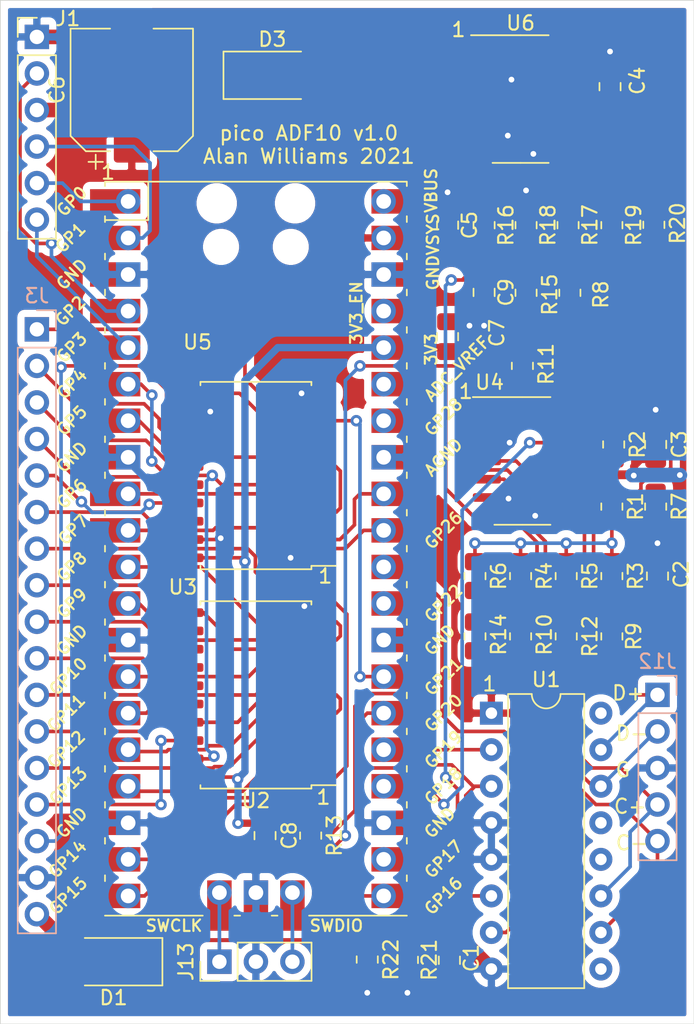
<source format=kicad_pcb>
(kicad_pcb (version 20171130) (host pcbnew "(5.1.10)-1")
  (layers (0 F.Cu signal) (31 B.Cu signal) (34 B.Paste user) (35 F.Paste user) (36 B.SilkS user) (37 F.SilkS user) (38 B.Mask user) (39 F.Mask user) (44 Edge.Cuts user))
  (net 0 "")
  (net 1 GND)
  (net 2 +5V)
  (net 3 "Net-(C2-Pad1)")
  (net 4 +3V3)
  (net 5 /CTS)
  (net 6 /HNIRQ)
  (net 7 /UART0_RX)
  (net 8 /UART0_TX)
  (net 9 /HRNW)
  (net 10 /HNADLC)
  (net 11 /HE)
  (net 12 /HA0)
  (net 13 /HA1)
  (net 14 "Net-(J3-Pad7)")
  (net 15 "Net-(J3-Pad8)")
  (net 16 "Net-(J3-Pad9)")
  (net 17 "Net-(J3-Pad10)")
  (net 18 "Net-(J3-Pad11)")
  (net 19 "Net-(J3-Pad12)")
  (net 20 "Net-(J3-Pad13)")
  (net 21 "Net-(J3-Pad14)")
  (net 22 /HNRST)
  (net 23 /D+)
  (net 24 /D-)
  (net 25 /C+)
  (net 26 /C-)
  (net 27 "Net-(J13-Pad1)")
  (net 28 "Net-(J13-Pad3)")
  (net 29 /RXD)
  (net 30 "Net-(R19-Pad1)")
  (net 31 "Net-(R10-Pad2)")
  (net 32 "Net-(R11-Pad1)")
  (net 33 "Net-(R14-Pad2)")
  (net 34 /TXRXC)
  (net 35 "Net-(R16-Pad2)")
  (net 36 "Net-(R17-Pad1)")
  (net 37 "Net-(R20-Pad2)")
  (net 38 /TXD)
  (net 39 /TXEN)
  (net 40 "Net-(U1-Pad7)")
  (net 41 /RNW)
  (net 42 /D7)
  (net 43 /D6)
  (net 44 /D5)
  (net 45 /D4)
  (net 46 /D3)
  (net 47 /D2)
  (net 48 /D1)
  (net 49 /D0)
  (net 50 /NADLC)
  (net 51 "Net-(U4-Pad14)")
  (net 52 "Net-(U4-Pad13)")
  (net 53 "Net-(U4-Pad2)")
  (net 54 "Net-(U4-Pad1)")
  (net 55 /NRST)
  (net 56 /E)
  (net 57 /A1)
  (net 58 /A0)
  (net 59 "Net-(U5-Pad8)")
  (net 60 /NIRQ)
  (net 61 "Net-(U6-Pad1)")
  (net 62 "Net-(U6-Pad2)")
  (net 63 "Net-(U6-Pad13)")
  (net 64 "Net-(U6-Pad14)")
  (net 65 "Net-(U3-Pad30)")
  (net 66 "Net-(U3-Pad35)")
  (net 67 "Net-(U3-Pad37)")
  (net 68 "Net-(U3-Pad40)")
  (net 69 /UARTCTS)
  (net 70 "Net-(D1-Pad2)")
  (net 71 /CLK_EN)
  (net 72 "Net-(D3-Pad1)")
  (net 73 /UARTDTR)
  (module Capacitor_SMD:C_0805_2012Metric_Pad1.18x1.45mm_HandSolder (layer F.Cu) (at 121.92 100.965 90)
    (fp_text reference C2 (at 0.127 1.651 90) (layer F.SilkS))
    (fp_text value "10uF 10v")
    (pad 1 smd roundrect (at -1.0375 0 90) (size 1.175 1.45) (layers F.Cu F.Paste F.Mask) (roundrect_rratio 0.212766) (net 3 "Net-(C2-Pad1)"))
    (pad 2 smd roundrect (at 1.0375 0 90) (size 1.175 1.45) (layers F.Cu F.Paste F.Mask) (roundrect_rratio 0.212766) (net 1 GND))
  )
  (module Capacitor_SMD:CP_Elec_8x6.2 (layer F.Cu) (at 85.344 67.183 90)
    (fp_text reference C6 (at 0 -5.2 90) (layer F.SilkS))
    (fp_text value "100uF 10v")
    (pad 1 smd roundrect (at -3.05 0 90) (size 4 2.5) (layers F.Cu F.Paste F.Mask) (roundrect_rratio 0.1) (net 2 +5V))
    (pad 2 smd roundrect (at 3.05 0 90) (size 4 2.5) (layers F.Cu F.Paste F.Mask) (roundrect_rratio 0.1) (net 1 GND))
  )
  (module Connector_PinHeader_2.54mm:PinHeader_1x06_P2.54mm_Vertical (layer F.Cu) (at 78.74 63.5)
    (fp_text reference J1 (at 2.159 -1.27) (layer F.SilkS))
    (fp_text value Conn_01x06_Male)
    (pad 1 thru_hole rect (at 0 0) (size 1.7 1.7) (drill 1) (layers *.Cu *.Mask) (net 1 GND))
    (pad 2 thru_hole oval (at 0 2.54) (size 1.7 1.7) (drill 1) (layers *.Cu *.Mask) (net 69 /UARTCTS))
    (pad 3 thru_hole oval (at 0 5.08) (size 1.7 1.7) (drill 1) (layers *.Cu *.Mask) (net 72 "Net-(D3-Pad1)"))
    (pad 4 thru_hole oval (at 0 7.62) (size 1.7 1.7) (drill 1) (layers *.Cu *.Mask) (net 7 /UART0_RX))
    (pad 5 thru_hole oval (at 0 10.16) (size 1.7 1.7) (drill 1) (layers *.Cu *.Mask) (net 8 /UART0_TX))
    (pad 6 thru_hole oval (at 0 12.7) (size 1.7 1.7) (drill 1) (layers *.Cu *.Mask) (net 73 /UARTDTR))
  )
  (module Connector_PinHeader_2.54mm:PinHeader_1x17_P2.54mm_Vertical (layer B.Cu) (at 78.74 83.82 180)
    (fp_text reference J3 (at 0 2.33) (layer B.SilkS) (effects (justify mirror)))
    (fp_text value Conn_01x17_Male)
    (pad 1 thru_hole rect (at 0 0 180) (size 1.7 1.7) (drill 1) (layers *.Cu *.Mask) (net 6 /HNIRQ))
    (pad 2 thru_hole oval (at 0 -2.54 180) (size 1.7 1.7) (drill 1) (layers *.Cu *.Mask) (net 9 /HRNW))
    (pad 3 thru_hole oval (at 0 -5.08 180) (size 1.7 1.7) (drill 1) (layers *.Cu *.Mask) (net 10 /HNADLC))
    (pad 4 thru_hole oval (at 0 -7.62 180) (size 1.7 1.7) (drill 1) (layers *.Cu *.Mask) (net 11 /HE))
    (pad 5 thru_hole oval (at 0 -10.16 180) (size 1.7 1.7) (drill 1) (layers *.Cu *.Mask) (net 12 /HA0))
    (pad 6 thru_hole oval (at 0 -12.7 180) (size 1.7 1.7) (drill 1) (layers *.Cu *.Mask) (net 13 /HA1))
    (pad 7 thru_hole oval (at 0 -15.24 180) (size 1.7 1.7) (drill 1) (layers *.Cu *.Mask) (net 14 "Net-(J3-Pad7)"))
    (pad 8 thru_hole oval (at 0 -17.78 180) (size 1.7 1.7) (drill 1) (layers *.Cu *.Mask) (net 15 "Net-(J3-Pad8)"))
    (pad 9 thru_hole oval (at 0 -20.32 180) (size 1.7 1.7) (drill 1) (layers *.Cu *.Mask) (net 16 "Net-(J3-Pad9)"))
    (pad 10 thru_hole oval (at 0 -22.86 180) (size 1.7 1.7) (drill 1) (layers *.Cu *.Mask) (net 17 "Net-(J3-Pad10)"))
    (pad 11 thru_hole oval (at 0 -25.4 180) (size 1.7 1.7) (drill 1) (layers *.Cu *.Mask) (net 18 "Net-(J3-Pad11)"))
    (pad 12 thru_hole oval (at 0 -27.94 180) (size 1.7 1.7) (drill 1) (layers *.Cu *.Mask) (net 19 "Net-(J3-Pad12)"))
    (pad 13 thru_hole oval (at 0 -30.48 180) (size 1.7 1.7) (drill 1) (layers *.Cu *.Mask) (net 20 "Net-(J3-Pad13)"))
    (pad 14 thru_hole oval (at 0 -33.02 180) (size 1.7 1.7) (drill 1) (layers *.Cu *.Mask) (net 21 "Net-(J3-Pad14)"))
    (pad 15 thru_hole oval (at 0 -35.56 180) (size 1.7 1.7) (drill 1) (layers *.Cu *.Mask) (net 22 /HNRST))
    (pad 16 thru_hole oval (at 0 -38.1 180) (size 1.7 1.7) (drill 1) (layers *.Cu *.Mask) (net 1 GND))
    (pad 17 thru_hole oval (at 0 -40.64 180) (size 1.7 1.7) (drill 1) (layers *.Cu *.Mask) (net 70 "Net-(D1-Pad2)"))
  )
  (module Connector_PinHeader_2.54mm:PinHeader_1x05_P2.54mm_Vertical (layer B.Cu) (at 121.92 109.22 180)
    (fp_text reference J12 (at 0 2.33) (layer B.SilkS) (effects (justify mirror)))
    (fp_text value Conn_01x05_Male)
    (pad 1 thru_hole rect (at 0 0 180) (size 1.7 1.7) (drill 1) (layers *.Cu *.Mask) (net 23 /D+))
    (pad 2 thru_hole oval (at 0 -2.54 180) (size 1.7 1.7) (drill 1) (layers *.Cu *.Mask) (net 24 /D-))
    (pad 3 thru_hole oval (at 0 -5.08 180) (size 1.7 1.7) (drill 1) (layers *.Cu *.Mask) (net 1 GND))
    (pad 4 thru_hole oval (at 0 -7.62 180) (size 1.7 1.7) (drill 1) (layers *.Cu *.Mask) (net 25 /C+))
    (pad 5 thru_hole oval (at 0 -10.16 180) (size 1.7 1.7) (drill 1) (layers *.Cu *.Mask) (net 26 /C-))
  )
  (module Connector_PinHeader_2.54mm:PinHeader_1x03_P2.54mm_Vertical (layer F.Cu) (at 91.44 127.762 90)
    (fp_text reference J13 (at 0 -2.33 90) (layer F.SilkS))
    (fp_text value Conn_01x03_Male)
    (pad 1 thru_hole rect (at 0 0 90) (size 1.7 1.7) (drill 1) (layers *.Cu *.Mask) (net 27 "Net-(J13-Pad1)"))
    (pad 2 thru_hole oval (at 0 2.54 90) (size 1.7 1.7) (drill 1) (layers *.Cu *.Mask) (net 1 GND))
    (pad 3 thru_hole oval (at 0 5.08 90) (size 1.7 1.7) (drill 1) (layers *.Cu *.Mask) (net 28 "Net-(J13-Pad3)"))
  )
  (module Package_SO:SOP-20_7.5x12.8mm_P1.27mm (layer F.Cu) (at 93.98 109.22 180)
    (fp_text reference U2 (at 0 -7.35) (layer F.SilkS))
    (fp_text value 74VLC245)
    (pad 1 smd roundrect (at -4.6 -5.715 180) (size 1.9 0.6) (layers F.Cu F.Paste F.Mask) (net 41 /RNW))
    (pad 2 smd roundrect (at -4.6 -4.445 180) (size 1.9 0.6) (layers F.Cu F.Paste F.Mask) (net 42 /D7))
    (pad 3 smd roundrect (at -4.6 -3.175 180) (size 1.9 0.6) (layers F.Cu F.Paste F.Mask) (net 43 /D6))
    (pad 4 smd roundrect (at -4.6 -1.905 180) (size 1.9 0.6) (layers F.Cu F.Paste F.Mask) (net 44 /D5))
    (pad 5 smd roundrect (at -4.6 -0.635 180) (size 1.9 0.6) (layers F.Cu F.Paste F.Mask) (net 45 /D4))
    (pad 6 smd roundrect (at -4.6 0.635 180) (size 1.9 0.6) (layers F.Cu F.Paste F.Mask) (net 46 /D3))
    (pad 7 smd roundrect (at -4.6 1.905 180) (size 1.9 0.6) (layers F.Cu F.Paste F.Mask) (net 47 /D2))
    (pad 8 smd roundrect (at -4.6 3.175 180) (size 1.9 0.6) (layers F.Cu F.Paste F.Mask) (net 48 /D1))
    (pad 9 smd roundrect (at -4.6 4.445 180) (size 1.9 0.6) (layers F.Cu F.Paste F.Mask) (net 49 /D0))
    (pad 10 smd roundrect (at -4.6 5.715 180) (size 1.9 0.6) (layers F.Cu F.Paste F.Mask) (net 1 GND))
    (pad 11 smd roundrect (at 4.6 5.715 180) (size 1.9 0.6) (layers F.Cu F.Paste F.Mask) (net 14 "Net-(J3-Pad7)"))
    (pad 12 smd roundrect (at 4.6 4.445 180) (size 1.9 0.6) (layers F.Cu F.Paste F.Mask) (net 15 "Net-(J3-Pad8)"))
    (pad 13 smd roundrect (at 4.6 3.175 180) (size 1.9 0.6) (layers F.Cu F.Paste F.Mask) (net 16 "Net-(J3-Pad9)"))
    (pad 14 smd roundrect (at 4.6 1.905 180) (size 1.9 0.6) (layers F.Cu F.Paste F.Mask) (net 17 "Net-(J3-Pad10)"))
    (pad 15 smd roundrect (at 4.6 0.635 180) (size 1.9 0.6) (layers F.Cu F.Paste F.Mask) (net 18 "Net-(J3-Pad11)"))
    (pad 16 smd roundrect (at 4.6 -0.635 180) (size 1.9 0.6) (layers F.Cu F.Paste F.Mask) (net 19 "Net-(J3-Pad12)"))
    (pad 17 smd roundrect (at 4.6 -1.905 180) (size 1.9 0.6) (layers F.Cu F.Paste F.Mask) (net 20 "Net-(J3-Pad13)"))
    (pad 18 smd roundrect (at 4.6 -3.175 180) (size 1.9 0.6) (layers F.Cu F.Paste F.Mask) (net 21 "Net-(J3-Pad14)"))
    (pad 19 smd roundrect (at 4.6 -4.445 180) (size 1.9 0.6) (layers F.Cu F.Paste F.Mask) (net 50 /NADLC))
    (pad 20 smd roundrect (at 4.6 -5.715 180) (size 1.9 0.6) (layers F.Cu F.Paste F.Mask) (net 4 +3V3))
  )
  (module Package_SO:SO-14_3.9x8.65mm_P1.27mm (layer F.Cu) (at 112.522 92.964)
    (fp_text reference U4 (at -2.286 -5.461) (layer F.SilkS))
    (fp_text value LM319)
    (pad 14 smd roundrect (at 2.475 -3.81) (size 1.95 0.6) (layers F.Cu F.Paste F.Mask) (net 51 "Net-(U4-Pad14)"))
    (pad 13 smd roundrect (at 2.475 -2.54) (size 1.95 0.6) (layers F.Cu F.Paste F.Mask) (net 52 "Net-(U4-Pad13)"))
    (pad 12 smd roundrect (at 2.475 -1.27) (size 1.95 0.6) (layers F.Cu F.Paste F.Mask) (net 29 /RXD))
    (pad 11 smd roundrect (at 2.475 0) (size 1.95 0.6) (layers F.Cu F.Paste F.Mask) (net 2 +5V))
    (pad 10 smd roundrect (at 2.475 1.27) (size 1.95 0.6) (layers F.Cu F.Paste F.Mask) (net 33 "Net-(R14-Pad2)"))
    (pad 9 smd roundrect (at 2.475 2.54) (size 1.95 0.6) (layers F.Cu F.Paste F.Mask) (net 32 "Net-(R11-Pad1)"))
    (pad 8 smd roundrect (at 2.475 3.81) (size 1.95 0.6) (layers F.Cu F.Paste F.Mask) (net 1 GND))
    (pad 7 smd roundrect (at -2.475 3.81) (size 1.95 0.6) (layers F.Cu F.Paste F.Mask) (net 34 /TXRXC))
    (pad 6 smd roundrect (at -2.475 2.54) (size 1.95 0.6) (layers F.Cu F.Paste F.Mask) (net 1 GND))
    (pad 5 smd roundrect (at -2.475 1.27) (size 1.95 0.6) (layers F.Cu F.Paste F.Mask) (net 31 "Net-(R10-Pad2)"))
    (pad 4 smd roundrect (at -2.475 0) (size 1.95 0.6) (layers F.Cu F.Paste F.Mask) (net 30 "Net-(R19-Pad1)"))
    (pad 3 smd roundrect (at -2.475 -1.27) (size 1.95 0.6) (layers F.Cu F.Paste F.Mask) (net 1 GND))
    (pad 2 smd roundrect (at -2.475 -2.54) (size 1.95 0.6) (layers F.Cu F.Paste F.Mask) (net 53 "Net-(U4-Pad2)"))
    (pad 1 smd roundrect (at -2.475 -3.81) (size 1.95 0.6) (layers F.Cu F.Paste F.Mask) (net 54 "Net-(U4-Pad1)"))
  )
  (module Package_SO:SO-14_3.9x8.65mm_P1.27mm (layer F.Cu) (at 112.395 67.818)
    (fp_text reference U6 (at 0 -5.28) (layer F.SilkS))
    (fp_text value LM319)
    (pad 1 smd roundrect (at -2.475 -3.81) (size 1.95 0.6) (layers F.Cu F.Paste F.Mask) (net 61 "Net-(U6-Pad1)"))
    (pad 2 smd roundrect (at -2.475 -2.54) (size 1.95 0.6) (layers F.Cu F.Paste F.Mask) (net 62 "Net-(U6-Pad2)"))
    (pad 3 smd roundrect (at -2.475 -1.27) (size 1.95 0.6) (layers F.Cu F.Paste F.Mask) (net 1 GND))
    (pad 4 smd roundrect (at -2.475 0) (size 1.95 0.6) (layers F.Cu F.Paste F.Mask) (net 36 "Net-(R17-Pad1)"))
    (pad 5 smd roundrect (at -2.475 1.27) (size 1.95 0.6) (layers F.Cu F.Paste F.Mask) (net 35 "Net-(R16-Pad2)"))
    (pad 6 smd roundrect (at -2.475 2.54) (size 1.95 0.6) (layers F.Cu F.Paste F.Mask) (net 1 GND))
    (pad 7 smd roundrect (at -2.475 3.81) (size 1.95 0.6) (layers F.Cu F.Paste F.Mask) (net 5 /CTS))
    (pad 8 smd roundrect (at 2.475 3.81) (size 1.95 0.6) (layers F.Cu F.Paste F.Mask) (net 1 GND))
    (pad 9 smd roundrect (at 2.475 2.54) (size 1.95 0.6) (layers F.Cu F.Paste F.Mask) (net 36 "Net-(R17-Pad1)"))
    (pad 10 smd roundrect (at 2.475 1.27) (size 1.95 0.6) (layers F.Cu F.Paste F.Mask) (net 37 "Net-(R20-Pad2)"))
    (pad 11 smd roundrect (at 2.475 0) (size 1.95 0.6) (layers F.Cu F.Paste F.Mask) (net 2 +5V))
    (pad 12 smd roundrect (at 2.475 -1.27) (size 1.95 0.6) (layers F.Cu F.Paste F.Mask) (net 5 /CTS))
    (pad 13 smd roundrect (at 2.475 -2.54) (size 1.95 0.6) (layers F.Cu F.Paste F.Mask) (net 63 "Net-(U6-Pad13)"))
    (pad 14 smd roundrect (at 2.475 -3.81) (size 1.95 0.6) (layers F.Cu F.Paste F.Mask) (net 64 "Net-(U6-Pad14)"))
  )
  (module Package_DIP:DIP-16_W7.62mm (layer F.Cu) (at 110.363 110.49)
    (fp_text reference U1 (at 3.81 -2.33) (layer F.SilkS))
    (fp_text value MC26LS30)
    (pad 1 thru_hole rect (at 0 0) (size 1.6 1.6) (drill 0.8) (layers *.Cu *.Mask) (net 2 +5V))
    (pad 9 thru_hole oval (at 7.62 17.78) (size 1.6 1.6) (drill 0.8) (layers *.Cu *.Mask))
    (pad 2 thru_hole oval (at 0 2.54) (size 1.6 1.6) (drill 0.8) (layers *.Cu *.Mask) (net 38 /TXD))
    (pad 10 thru_hole oval (at 7.62 15.24) (size 1.6 1.6) (drill 0.8) (layers *.Cu *.Mask) (net 26 /C-))
    (pad 3 thru_hole oval (at 0 5.08) (size 1.6 1.6) (drill 0.8) (layers *.Cu *.Mask) (net 39 /TXEN))
    (pad 11 thru_hole oval (at 7.62 12.7) (size 1.6 1.6) (drill 0.8) (layers *.Cu *.Mask) (net 25 /C+))
    (pad 4 thru_hole oval (at 0 7.62) (size 1.6 1.6) (drill 0.8) (layers *.Cu *.Mask) (net 1 GND))
    (pad 12 thru_hole oval (at 7.62 10.16) (size 1.6 1.6) (drill 0.8) (layers *.Cu *.Mask))
    (pad 5 thru_hole oval (at 0 10.16) (size 1.6 1.6) (drill 0.8) (layers *.Cu *.Mask) (net 1 GND))
    (pad 13 thru_hole oval (at 7.62 7.62) (size 1.6 1.6) (drill 0.8) (layers *.Cu *.Mask))
    (pad 6 thru_hole oval (at 0 12.7) (size 1.6 1.6) (drill 0.8) (layers *.Cu *.Mask) (net 71 /CLK_EN))
    (pad 14 thru_hole oval (at 7.62 5.08) (size 1.6 1.6) (drill 0.8) (layers *.Cu *.Mask) (net 24 /D-))
    (pad 7 thru_hole oval (at 0 15.24) (size 1.6 1.6) (drill 0.8) (layers *.Cu *.Mask) (net 40 "Net-(U1-Pad7)"))
    (pad 15 thru_hole oval (at 7.62 2.54) (size 1.6 1.6) (drill 0.8) (layers *.Cu *.Mask) (net 23 /D+))
    (pad 8 thru_hole oval (at 0 17.78) (size 1.6 1.6) (drill 0.8) (layers *.Cu *.Mask) (net 1 GND))
    (pad 16 thru_hole oval (at 7.62 0) (size 1.6 1.6) (drill 0.8) (layers *.Cu *.Mask))
  )
  (module Package_SO:SOP-20_7.5x12.8mm_P1.27mm (layer F.Cu) (at 93.98 93.98 180)
    (fp_text reference U5 (at 4.064 9.271) (layer F.SilkS))
    (fp_text value 74VLC245)
    (pad 1 smd roundrect (at -4.6 -5.715 180) (size 1.9 0.6) (layers F.Cu F.Paste F.Mask) (net 1 GND))
    (pad 2 smd roundrect (at -4.6 -4.445 180) (size 1.9 0.6) (layers F.Cu F.Paste F.Mask) (net 57 /A1))
    (pad 3 smd roundrect (at -4.6 -3.175 180) (size 1.9 0.6) (layers F.Cu F.Paste F.Mask) (net 58 /A0))
    (pad 4 smd roundrect (at -4.6 -1.905 180) (size 1.9 0.6) (layers F.Cu F.Paste F.Mask) (net 56 /E))
    (pad 5 smd roundrect (at -4.6 -0.635 180) (size 1.9 0.6) (layers F.Cu F.Paste F.Mask) (net 50 /NADLC))
    (pad 6 smd roundrect (at -4.6 0.635 180) (size 1.9 0.6) (layers F.Cu F.Paste F.Mask) (net 41 /RNW))
    (pad 7 smd roundrect (at -4.6 1.905 180) (size 1.9 0.6) (layers F.Cu F.Paste F.Mask) (net 55 /NRST))
    (pad 8 smd roundrect (at -4.6 3.175 180) (size 1.9 0.6) (layers F.Cu F.Paste F.Mask) (net 59 "Net-(U5-Pad8)"))
    (pad 9 smd roundrect (at -4.6 4.445 180) (size 1.9 0.6) (layers F.Cu F.Paste F.Mask) (net 6 /HNIRQ))
    (pad 10 smd roundrect (at -4.6 5.715 180) (size 1.9 0.6) (layers F.Cu F.Paste F.Mask) (net 1 GND))
    (pad 11 smd roundrect (at 4.6 5.715 180) (size 1.9 0.6) (layers F.Cu F.Paste F.Mask) (net 60 /NIRQ))
    (pad 12 smd roundrect (at 4.6 4.445 180) (size 1.9 0.6) (layers F.Cu F.Paste F.Mask) (net 1 GND))
    (pad 13 smd roundrect (at 4.6 3.175 180) (size 1.9 0.6) (layers F.Cu F.Paste F.Mask) (net 22 /HNRST))
    (pad 14 smd roundrect (at 4.6 1.905 180) (size 1.9 0.6) (layers F.Cu F.Paste F.Mask) (net 9 /HRNW))
    (pad 15 smd roundrect (at 4.6 0.635 180) (size 1.9 0.6) (layers F.Cu F.Paste F.Mask) (net 10 /HNADLC))
    (pad 16 smd roundrect (at 4.6 -0.635 180) (size 1.9 0.6) (layers F.Cu F.Paste F.Mask) (net 11 /HE))
    (pad 17 smd roundrect (at 4.6 -1.905 180) (size 1.9 0.6) (layers F.Cu F.Paste F.Mask) (net 12 /HA0))
    (pad 18 smd roundrect (at 4.6 -3.175 180) (size 1.9 0.6) (layers F.Cu F.Paste F.Mask) (net 13 /HA1))
    (pad 19 smd roundrect (at 4.6 -4.445 180) (size 1.9 0.6) (layers F.Cu F.Paste F.Mask) (net 1 GND))
    (pad 20 smd roundrect (at 4.6 -5.715 180) (size 1.9 0.6) (layers F.Cu F.Paste F.Mask) (net 4 +3V3))
  )
  (module MCU_RaspberryPi_and_Boards:RPi_Pico_SMD_TH (layer F.Cu) (at 93.98 99.06)
    (fp_text reference U3 (at -5.08 2.667) (layer F.SilkS))
    (fp_text value Pico)
    (fp_text user GP1 (at -12.9 -21.6 45) (layer F.SilkS) (effects (font (size 0.8 0.8))))
    (fp_text user GP2 (at -12.9 -16.51 45) (layer F.SilkS) (effects (font (size 0.8 0.8))))
    (fp_text user GP0 (at -12.8 -24.13 45) (layer F.SilkS) (effects (font (size 0.8 0.8))))
    (fp_text user GP3 (at -12.8 -13.97 45) (layer F.SilkS) (effects (font (size 0.8 0.8))))
    (fp_text user GP4 (at -12.8 -11.43 45) (layer F.SilkS) (effects (font (size 0.8 0.8))))
    (fp_text user GP5 (at -12.8 -8.89 45) (layer F.SilkS) (effects (font (size 0.8 0.8))))
    (fp_text user GP6 (at -12.8 -3.81 45) (layer F.SilkS) (effects (font (size 0.8 0.8))))
    (fp_text user GP7 (at -12.7 -1.3 45) (layer F.SilkS) (effects (font (size 0.8 0.8))))
    (fp_text user GP8 (at -12.8 1.27 45) (layer F.SilkS) (effects (font (size 0.8 0.8))))
    (fp_text user GP9 (at -12.8 3.81 45) (layer F.SilkS) (effects (font (size 0.8 0.8))))
    (fp_text user GP10 (at -13.054 8.89 45) (layer F.SilkS) (effects (font (size 0.8 0.8))))
    (fp_text user GP11 (at -13.2 11.43 45) (layer F.SilkS) (effects (font (size 0.8 0.8))))
    (fp_text user GP12 (at -13.2 13.97 45) (layer F.SilkS) (effects (font (size 0.8 0.8))))
    (fp_text user GP13 (at -13.054 16.51 45) (layer F.SilkS) (effects (font (size 0.8 0.8))))
    (fp_text user GP14 (at -13.1 21.59 45) (layer F.SilkS) (effects (font (size 0.8 0.8))))
    (fp_text user GP15 (at -13.054 24.13 45) (layer F.SilkS) (effects (font (size 0.8 0.8))))
    (fp_text user GP16 (at 13.054 24.13 45) (layer F.SilkS) (effects (font (size 0.8 0.8))))
    (fp_text user GP17 (at 13.054 21.59 45) (layer F.SilkS) (effects (font (size 0.8 0.8))))
    (fp_text user GP18 (at 13.054 16.51 45) (layer F.SilkS) (effects (font (size 0.8 0.8))))
    (fp_text user GP19 (at 13.054 13.97 45) (layer F.SilkS) (effects (font (size 0.8 0.8))))
    (fp_text user GP20 (at 13.054 11.43 45) (layer F.SilkS) (effects (font (size 0.8 0.8))))
    (fp_text user GP21 (at 13.054 8.9 45) (layer F.SilkS) (effects (font (size 0.8 0.8))))
    (fp_text user GP22 (at 13.054 3.81 45) (layer F.SilkS) (effects (font (size 0.8 0.8))))
    (fp_text user GP26 (at 13.054 -1.27 45) (layer F.SilkS) (effects (font (size 0.8 0.8))))
    (fp_text user GP28 (at 13.054 -9.144 45) (layer F.SilkS) (effects (font (size 0.8 0.8))))
    (fp_text user ADC_VREF (at 14 -12.5 45) (layer F.SilkS) (effects (font (size 0.8 0.8))))
    (fp_text user 3V3 (at 12.192 -13.843 90) (layer F.SilkS) (effects (font (size 0.8 0.8))))
    (fp_text user 3V3_EN (at 6.985 -16.383 90) (layer F.SilkS) (effects (font (size 0.8 0.8))))
    (fp_text user VSYS (at 12.319 -21.844 90) (layer F.SilkS) (effects (font (size 0.8 0.8))))
    (fp_text user VBUS (at 12.192 -24.892 90) (layer F.SilkS) (effects (font (size 0.8 0.8))))
    (fp_text user GND (at -12.8 -19.05 45) (layer F.SilkS) (effects (font (size 0.8 0.8))))
    (fp_text user GND (at -12.8 -6.35 45) (layer F.SilkS) (effects (font (size 0.8 0.8))))
    (fp_text user GND (at -12.8 6.35 45) (layer F.SilkS) (effects (font (size 0.8 0.8))))
    (fp_text user GND (at -12.8 19.05 45) (layer F.SilkS) (effects (font (size 0.8 0.8))))
    (fp_text user GND (at 12.8 19.05 45) (layer F.SilkS) (effects (font (size 0.8 0.8))))
    (fp_text user GND (at 12.8 6.35 45) (layer F.SilkS) (effects (font (size 0.8 0.8))))
    (fp_text user GND (at 12.319 -19.177 90) (layer F.SilkS) (effects (font (size 0.8 0.8))))
    (fp_text user AGND (at 13.054 -6.35 45) (layer F.SilkS) (effects (font (size 0.8 0.8))))
    (fp_text user SWCLK (at -5.7 26.2) (layer F.SilkS) (effects (font (size 0.8 0.8))))
    (fp_text user SWDIO (at 5.6 26.2) (layer F.SilkS) (effects (font (size 0.8 0.8))))
    (pad 1 thru_hole oval (at -8.89 -24.13) (size 1.7 1.7) (drill 1.02) (layers *.Cu *.Mask) (net 8 /UART0_TX))
    (pad 2 thru_hole oval (at -8.89 -21.59) (size 1.7 1.7) (drill 1.02) (layers *.Cu *.Mask) (net 7 /UART0_RX))
    (pad 3 thru_hole rect (at -8.89 -19.05) (size 1.7 1.7) (drill 1.02) (layers *.Cu *.Mask) (net 1 GND))
    (pad 4 thru_hole oval (at -8.89 -16.51) (size 1.7 1.7) (drill 1.02) (layers *.Cu *.Mask) (net 69 /UARTCTS))
    (pad 5 thru_hole oval (at -8.89 -13.97) (size 1.7 1.7) (drill 1.02) (layers *.Cu *.Mask) (net 73 /UARTDTR))
    (pad 6 thru_hole oval (at -8.89 -11.43) (size 1.7 1.7) (drill 1.02) (layers *.Cu *.Mask) (net 50 /NADLC))
    (pad 7 thru_hole oval (at -8.89 -8.89) (size 1.7 1.7) (drill 1.02) (layers *.Cu *.Mask) (net 55 /NRST))
    (pad 8 thru_hole rect (at -8.89 -6.35) (size 1.7 1.7) (drill 1.02) (layers *.Cu *.Mask) (net 1 GND))
    (pad 9 thru_hole oval (at -8.89 -3.81) (size 1.7 1.7) (drill 1.02) (layers *.Cu *.Mask) (net 56 /E))
    (pad 10 thru_hole oval (at -8.89 -1.27) (size 1.7 1.7) (drill 1.02) (layers *.Cu *.Mask) (net 41 /RNW))
    (pad 11 thru_hole oval (at -8.89 1.27) (size 1.7 1.7) (drill 1.02) (layers *.Cu *.Mask) (net 49 /D0))
    (pad 12 thru_hole oval (at -8.89 3.81) (size 1.7 1.7) (drill 1.02) (layers *.Cu *.Mask) (net 48 /D1))
    (pad 13 thru_hole rect (at -8.89 6.35) (size 1.7 1.7) (drill 1.02) (layers *.Cu *.Mask) (net 1 GND))
    (pad 14 thru_hole oval (at -8.89 8.89) (size 1.7 1.7) (drill 1.02) (layers *.Cu *.Mask) (net 47 /D2))
    (pad 15 thru_hole oval (at -8.89 11.43) (size 1.7 1.7) (drill 1.02) (layers *.Cu *.Mask) (net 46 /D3))
    (pad 16 thru_hole oval (at -8.89 13.97) (size 1.7 1.7) (drill 1.02) (layers *.Cu *.Mask) (net 45 /D4))
    (pad 17 thru_hole oval (at -8.89 16.51) (size 1.7 1.7) (drill 1.02) (layers *.Cu *.Mask) (net 44 /D5))
    (pad 18 thru_hole rect (at -8.89 19.05) (size 1.7 1.7) (drill 1.02) (layers *.Cu *.Mask) (net 1 GND))
    (pad 19 thru_hole oval (at -8.89 21.59) (size 1.7 1.7) (drill 1.02) (layers *.Cu *.Mask) (net 43 /D6))
    (pad 20 thru_hole oval (at -8.89 24.13) (size 1.7 1.7) (drill 1.02) (layers *.Cu *.Mask) (net 42 /D7))
    (pad 21 thru_hole oval (at 8.89 24.13) (size 1.7 1.7) (drill 1.02) (layers *.Cu *.Mask) (net 34 /TXRXC))
    (pad 22 thru_hole oval (at 8.89 21.59) (size 1.7 1.7) (drill 1.02) (layers *.Cu *.Mask) (net 5 /CTS))
    (pad 23 thru_hole rect (at 8.89 19.05) (size 1.7 1.7) (drill 1.02) (layers *.Cu *.Mask) (net 1 GND))
    (pad 24 thru_hole oval (at 8.89 16.51) (size 1.7 1.7) (drill 1.02) (layers *.Cu *.Mask) (net 29 /RXD))
    (pad 25 thru_hole oval (at 8.89 13.97) (size 1.7 1.7) (drill 1.02) (layers *.Cu *.Mask) (net 38 /TXD))
    (pad 26 thru_hole oval (at 8.89 11.43) (size 1.7 1.7) (drill 1.02) (layers *.Cu *.Mask) (net 39 /TXEN))
    (pad 27 thru_hole oval (at 8.89 8.89) (size 1.7 1.7) (drill 1.02) (layers *.Cu *.Mask) (net 60 /NIRQ))
    (pad 28 thru_hole rect (at 8.89 6.35) (size 1.7 1.7) (drill 1.02) (layers *.Cu *.Mask) (net 1 GND))
    (pad 29 thru_hole oval (at 8.89 3.81) (size 1.7 1.7) (drill 1.02) (layers *.Cu *.Mask) (net 71 /CLK_EN))
    (pad 30 thru_hole oval (at 8.89 1.27) (size 1.7 1.7) (drill 1.02) (layers *.Cu *.Mask) (net 65 "Net-(U3-Pad30)"))
    (pad 31 thru_hole oval (at 8.89 -1.27) (size 1.7 1.7) (drill 1.02) (layers *.Cu *.Mask) (net 58 /A0))
    (pad 32 thru_hole oval (at 8.89 -3.81) (size 1.7 1.7) (drill 1.02) (layers *.Cu *.Mask) (net 57 /A1))
    (pad 33 thru_hole rect (at 8.89 -6.35) (size 1.7 1.7) (drill 1.02) (layers *.Cu *.Mask) (net 1 GND))
    (pad 34 thru_hole oval (at 8.89 -8.89) (size 1.7 1.7) (drill 1.02) (layers *.Cu *.Mask) (net 40 "Net-(U1-Pad7)"))
    (pad 35 thru_hole oval (at 8.89 -11.43) (size 1.7 1.7) (drill 1.02) (layers *.Cu *.Mask) (net 66 "Net-(U3-Pad35)"))
    (pad 36 thru_hole oval (at 8.89 -13.97) (size 1.7 1.7) (drill 1.02) (layers *.Cu *.Mask) (net 4 +3V3))
    (pad 37 thru_hole oval (at 8.89 -16.51) (size 1.7 1.7) (drill 1.02) (layers *.Cu *.Mask) (net 67 "Net-(U3-Pad37)"))
    (pad 38 thru_hole rect (at 8.89 -19.05) (size 1.7 1.7) (drill 1.02) (layers *.Cu *.Mask) (net 1 GND))
    (pad 39 thru_hole oval (at 8.89 -21.59) (size 1.7 1.7) (drill 1.02) (layers *.Cu *.Mask) (net 2 +5V))
    (pad 40 thru_hole oval (at 8.89 -24.13) (size 1.7 1.7) (drill 1.02) (layers *.Cu *.Mask) (net 68 "Net-(U3-Pad40)"))
    (pad 1 smd rect (at -8.89 -24.13) (size 3.5 1.7) (drill (offset -0.9 0)) (layers F.Cu F.Mask) (net 8 /UART0_TX))
    (pad 2 smd rect (at -8.89 -21.59) (size 3.5 1.7) (drill (offset -0.9 0)) (layers F.Cu F.Mask) (net 7 /UART0_RX))
    (pad 3 smd rect (at -8.89 -19.05) (size 3.5 1.7) (drill (offset -0.9 0)) (layers F.Cu F.Mask) (net 1 GND))
    (pad 4 smd rect (at -8.89 -16.51) (size 3.5 1.7) (drill (offset -0.9 0)) (layers F.Cu F.Mask) (net 69 /UARTCTS))
    (pad 5 smd rect (at -8.89 -13.97) (size 3.5 1.7) (drill (offset -0.9 0)) (layers F.Cu F.Mask) (net 73 /UARTDTR))
    (pad 6 smd rect (at -8.89 -11.43) (size 3.5 1.7) (drill (offset -0.9 0)) (layers F.Cu F.Mask) (net 50 /NADLC))
    (pad 7 smd rect (at -8.89 -8.89) (size 3.5 1.7) (drill (offset -0.9 0)) (layers F.Cu F.Mask) (net 55 /NRST))
    (pad 8 smd rect (at -8.89 -6.35) (size 3.5 1.7) (drill (offset -0.9 0)) (layers F.Cu F.Mask) (net 1 GND))
    (pad 9 smd rect (at -8.89 -3.81) (size 3.5 1.7) (drill (offset -0.9 0)) (layers F.Cu F.Mask) (net 56 /E))
    (pad 10 smd rect (at -8.89 -1.27) (size 3.5 1.7) (drill (offset -0.9 0)) (layers F.Cu F.Mask) (net 41 /RNW))
    (pad 11 smd rect (at -8.89 1.27) (size 3.5 1.7) (drill (offset -0.9 0)) (layers F.Cu F.Mask) (net 49 /D0))
    (pad 12 smd rect (at -8.89 3.81) (size 3.5 1.7) (drill (offset -0.9 0)) (layers F.Cu F.Mask) (net 48 /D1))
    (pad 13 smd rect (at -8.89 6.35) (size 3.5 1.7) (drill (offset -0.9 0)) (layers F.Cu F.Mask) (net 1 GND))
    (pad 14 smd rect (at -8.89 8.89) (size 3.5 1.7) (drill (offset -0.9 0)) (layers F.Cu F.Mask) (net 47 /D2))
    (pad 15 smd rect (at -8.89 11.43) (size 3.5 1.7) (drill (offset -0.9 0)) (layers F.Cu F.Mask) (net 46 /D3))
    (pad 16 smd rect (at -8.89 13.97) (size 3.5 1.7) (drill (offset -0.9 0)) (layers F.Cu F.Mask) (net 45 /D4))
    (pad 17 smd rect (at -8.89 16.51) (size 3.5 1.7) (drill (offset -0.9 0)) (layers F.Cu F.Mask) (net 44 /D5))
    (pad 18 smd rect (at -8.89 19.05) (size 3.5 1.7) (drill (offset -0.9 0)) (layers F.Cu F.Mask) (net 1 GND))
    (pad 19 smd rect (at -8.89 21.59) (size 3.5 1.7) (drill (offset -0.9 0)) (layers F.Cu F.Mask) (net 43 /D6))
    (pad 20 smd rect (at -8.89 24.13) (size 3.5 1.7) (drill (offset -0.9 0)) (layers F.Cu F.Mask) (net 42 /D7))
    (pad 40 smd rect (at 8.89 -24.13) (size 3.5 1.7) (drill (offset 0.9 0)) (layers F.Cu F.Mask) (net 68 "Net-(U3-Pad40)"))
    (pad 39 smd rect (at 8.89 -21.59) (size 3.5 1.7) (drill (offset 0.9 0)) (layers F.Cu F.Mask) (net 2 +5V))
    (pad 38 smd rect (at 8.89 -19.05) (size 3.5 1.7) (drill (offset 0.9 0)) (layers F.Cu F.Mask) (net 1 GND))
    (pad 37 smd rect (at 8.89 -16.51) (size 3.5 1.7) (drill (offset 0.9 0)) (layers F.Cu F.Mask) (net 67 "Net-(U3-Pad37)"))
    (pad 36 smd rect (at 8.89 -13.97) (size 3.5 1.7) (drill (offset 0.9 0)) (layers F.Cu F.Mask) (net 4 +3V3))
    (pad 35 smd rect (at 8.89 -11.43) (size 3.5 1.7) (drill (offset 0.9 0)) (layers F.Cu F.Mask) (net 66 "Net-(U3-Pad35)"))
    (pad 34 smd rect (at 8.89 -8.89) (size 3.5 1.7) (drill (offset 0.9 0)) (layers F.Cu F.Mask) (net 40 "Net-(U1-Pad7)"))
    (pad 33 smd rect (at 8.89 -6.35) (size 3.5 1.7) (drill (offset 0.9 0)) (layers F.Cu F.Mask) (net 1 GND))
    (pad 32 smd rect (at 8.89 -3.81) (size 3.5 1.7) (drill (offset 0.9 0)) (layers F.Cu F.Mask) (net 57 /A1))
    (pad 31 smd rect (at 8.89 -1.27) (size 3.5 1.7) (drill (offset 0.9 0)) (layers F.Cu F.Mask) (net 58 /A0))
    (pad 30 smd rect (at 8.89 1.27) (size 3.5 1.7) (drill (offset 0.9 0)) (layers F.Cu F.Mask) (net 65 "Net-(U3-Pad30)"))
    (pad 29 smd rect (at 8.89 3.81) (size 3.5 1.7) (drill (offset 0.9 0)) (layers F.Cu F.Mask) (net 71 /CLK_EN))
    (pad 28 smd rect (at 8.89 6.35) (size 3.5 1.7) (drill (offset 0.9 0)) (layers F.Cu F.Mask) (net 1 GND))
    (pad 27 smd rect (at 8.89 8.89) (size 3.5 1.7) (drill (offset 0.9 0)) (layers F.Cu F.Mask) (net 60 /NIRQ))
    (pad 26 smd rect (at 8.89 11.43) (size 3.5 1.7) (drill (offset 0.9 0)) (layers F.Cu F.Mask) (net 39 /TXEN))
    (pad 25 smd rect (at 8.89 13.97) (size 3.5 1.7) (drill (offset 0.9 0)) (layers F.Cu F.Mask) (net 38 /TXD))
    (pad 24 smd rect (at 8.89 16.51) (size 3.5 1.7) (drill (offset 0.9 0)) (layers F.Cu F.Mask) (net 29 /RXD))
    (pad 23 smd rect (at 8.89 19.05) (size 3.5 1.7) (drill (offset 0.9 0)) (layers F.Cu F.Mask) (net 1 GND))
    (pad 22 smd rect (at 8.89 21.59) (size 3.5 1.7) (drill (offset 0.9 0)) (layers F.Cu F.Mask) (net 5 /CTS))
    (pad 21 smd rect (at 8.89 24.13) (size 3.5 1.7) (drill (offset 0.9 0)) (layers F.Cu F.Mask) (net 34 /TXRXC))
    (pad "" np_thru_hole oval (at -2.725 -24) (size 1.8 1.8) (drill 1.8) (layers *.Cu *.Mask))
    (pad "" np_thru_hole oval (at 2.725 -24) (size 1.8 1.8) (drill 1.8) (layers *.Cu *.Mask))
    (pad "" np_thru_hole oval (at -2.425 -20.97) (size 1.5 1.5) (drill 1.5) (layers *.Cu *.Mask))
    (pad "" np_thru_hole oval (at 2.425 -20.97) (size 1.5 1.5) (drill 1.5) (layers *.Cu *.Mask))
    (pad 41 smd rect (at -2.54 23.9 90) (size 3.5 1.7) (drill (offset -0.9 0)) (layers F.Cu F.Mask) (net 27 "Net-(J13-Pad1)"))
    (pad 41 thru_hole oval (at -2.54 23.9) (size 1.7 1.7) (drill 1.02) (layers *.Cu *.Mask) (net 27 "Net-(J13-Pad1)"))
    (pad 42 smd rect (at 0 23.9 90) (size 3.5 1.7) (drill (offset -0.9 0)) (layers F.Cu F.Mask) (net 1 GND))
    (pad 42 thru_hole rect (at 0 23.9) (size 1.7 1.7) (drill 1.02) (layers *.Cu *.Mask) (net 1 GND))
    (pad 43 smd rect (at 2.54 23.9 90) (size 3.5 1.7) (drill (offset -0.9 0)) (layers F.Cu F.Mask) (net 28 "Net-(J13-Pad3)"))
    (pad 43 thru_hole oval (at 2.54 23.9) (size 1.7 1.7) (drill 1.02) (layers *.Cu *.Mask) (net 28 "Net-(J13-Pad3)"))
  )
  (module Diode_SMD:D_SMA (layer F.Cu) (at 84.074 127.762 180)
    (fp_text reference D1 (at 0 -2.5) (layer F.SilkS))
    (fp_text value SS14)
    (pad 2 smd rect (at 2 0 180) (size 2.5 1.8) (layers F.Cu F.Paste F.Mask) (net 70 "Net-(D1-Pad2)"))
    (pad 1 smd rect (at -2 0 180) (size 2.5 1.8) (layers F.Cu F.Paste F.Mask) (net 2 +5V))
  )
  (module Diode_SMD:D_SMA (layer F.Cu) (at 95.123 66.167)
    (fp_text reference D3 (at 0 -2.5) (layer F.SilkS))
    (fp_text value SS14)
    (pad 1 smd rect (at -2 0) (size 2.5 1.8) (layers F.Cu F.Paste F.Mask) (net 72 "Net-(D3-Pad1)"))
    (pad 2 smd rect (at 2 0) (size 2.5 1.8) (layers F.Cu F.Paste F.Mask) (net 2 +5V))
  )
  (module Capacitor_SMD:C_0805_2012Metric_Pad1.18x1.45mm_HandSolder (layer F.Cu) (at 107.442 127.6615 90)
    (fp_text reference C1 (at 0.1535 1.524 90) (layer F.SilkS))
    (fp_text value 220nF)
    (pad 1 smd roundrect (at -1.0375 0 90) (size 1.175 1.45) (layers F.Cu F.Paste F.Mask) (roundrect_rratio 0.212766) (net 2 +5V))
    (pad 2 smd roundrect (at 1.0375 0 90) (size 1.175 1.45) (layers F.Cu F.Paste F.Mask) (roundrect_rratio 0.212766) (net 1 GND))
  )
  (module Capacitor_SMD:C_0805_2012Metric_Pad1.18x1.45mm_HandSolder (layer F.Cu) (at 121.793 91.821 90)
    (fp_text reference C3 (at 0 1.651 90) (layer F.SilkS))
    (fp_text value 100n)
    (pad 2 smd roundrect (at 1.0375 0 90) (size 1.175 1.45) (layers F.Cu F.Paste F.Mask) (roundrect_rratio 0.212766) (net 1 GND))
    (pad 1 smd roundrect (at -1.0375 0 90) (size 1.175 1.45) (layers F.Cu F.Paste F.Mask) (roundrect_rratio 0.212766) (net 2 +5V))
  )
  (module Capacitor_SMD:C_0805_2012Metric_Pad1.18x1.45mm_HandSolder (layer F.Cu) (at 118.618 66.9555 90)
    (fp_text reference C4 (at 0.4075 1.905 90) (layer F.SilkS))
    (fp_text value 100n)
    (pad 1 smd roundrect (at -1.0375 0 90) (size 1.175 1.45) (layers F.Cu F.Paste F.Mask) (roundrect_rratio 0.212766) (net 2 +5V))
    (pad 2 smd roundrect (at 1.0375 0 90) (size 1.175 1.45) (layers F.Cu F.Paste F.Mask) (roundrect_rratio 0.212766) (net 1 GND))
  )
  (module Capacitor_SMD:C_0805_2012Metric_Pad1.18x1.45mm_HandSolder (layer F.Cu) (at 107.315 76.581 90)
    (fp_text reference C5 (at 0 1.524 90) (layer F.SilkS))
    (fp_text value 100n)
    (pad 2 smd roundrect (at 1.0375 0 90) (size 1.175 1.45) (layers F.Cu F.Paste F.Mask) (roundrect_rratio 0.212766) (net 1 GND))
    (pad 1 smd roundrect (at -1.0375 0 90) (size 1.175 1.45) (layers F.Cu F.Paste F.Mask) (roundrect_rratio 0.212766) (net 2 +5V))
  )
  (module Capacitor_SMD:C_0805_2012Metric_Pad1.18x1.45mm_HandSolder (layer F.Cu) (at 107.315 84.328 90)
    (fp_text reference C7 (at 0.254 3.429 90) (layer F.SilkS))
    (fp_text value 100n)
    (pad 2 smd roundrect (at 1.0375 0 90) (size 1.175 1.45) (layers F.Cu F.Paste F.Mask) (roundrect_rratio 0.212766) (net 1 GND))
    (pad 1 smd roundrect (at -1.0375 0 90) (size 1.175 1.45) (layers F.Cu F.Paste F.Mask) (roundrect_rratio 0.212766) (net 4 +3V3))
  )
  (module Capacitor_SMD:C_0805_2012Metric_Pad1.18x1.45mm_HandSolder (layer F.Cu) (at 94.615 118.999 270)
    (fp_text reference C8 (at 0 -1.68 90) (layer F.SilkS))
    (fp_text value 100n)
    (pad 1 smd roundrect (at -1.0375 0 270) (size 1.175 1.45) (layers F.Cu F.Paste F.Mask) (roundrect_rratio 0.212766) (net 4 +3V3))
    (pad 2 smd roundrect (at 1.0375 0 270) (size 1.175 1.45) (layers F.Cu F.Paste F.Mask) (roundrect_rratio 0.212766) (net 1 GND))
  )
  (module Capacitor_SMD:C_0805_2012Metric_Pad1.18x1.45mm_HandSolder (layer F.Cu) (at 109.855 81.2535 270)
    (fp_text reference C9 (at 0 -1.524 90) (layer F.SilkS))
    (fp_text value 10n)
    (pad 1 smd roundrect (at -1.0375 0 270) (size 1.175 1.45) (layers F.Cu F.Paste F.Mask) (roundrect_rratio 0.212766) (net 5 /CTS))
    (pad 2 smd roundrect (at 1.0375 0 270) (size 1.175 1.45) (layers F.Cu F.Paste F.Mask) (roundrect_rratio 0.212766) (net 1 GND))
  )
  (module Resistor_SMD:R_0805_2012Metric_Pad1.20x1.40mm_HandSolder (layer F.Cu) (at 118.745 96.139 90)
    (fp_text reference R1 (at 0 1.651 90) (layer F.SilkS))
    (fp_text value 1K5)
    (pad 2 smd roundrect (at 1 0 90) (size 1.2 1.4) (layers F.Cu F.Paste F.Mask) (roundrect_rratio 0.208333) (net 2 +5V))
    (pad 1 smd roundrect (at -1 0 90) (size 1.2 1.4) (layers F.Cu F.Paste F.Mask) (roundrect_rratio 0.208333) (net 3 "Net-(C2-Pad1)"))
  )
  (module Resistor_SMD:R_0805_2012Metric_Pad1.20x1.40mm_HandSolder (layer F.Cu) (at 118.872 91.821 270)
    (fp_text reference R2 (at 0 -1.65 90) (layer F.SilkS))
    (fp_text value 1M5)
    (pad 1 smd roundrect (at -1 0 270) (size 1.2 1.4) (layers F.Cu F.Paste F.Mask) (roundrect_rratio 0.208333) (net 30 "Net-(R19-Pad1)"))
    (pad 2 smd roundrect (at 1 0 270) (size 1.2 1.4) (layers F.Cu F.Paste F.Mask) (roundrect_rratio 0.208333) (net 29 /RXD))
  )
  (module Resistor_SMD:R_0805_2012Metric_Pad1.20x1.40mm_HandSolder (layer F.Cu) (at 118.745 100.965 270)
    (fp_text reference R3 (at 0 -1.65 90) (layer F.SilkS))
    (fp_text value 10K)
    (pad 1 smd roundrect (at -1 0 270) (size 1.2 1.4) (layers F.Cu F.Paste F.Mask) (roundrect_rratio 0.208333) (net 3 "Net-(C2-Pad1)"))
    (pad 2 smd roundrect (at 1 0 270) (size 1.2 1.4) (layers F.Cu F.Paste F.Mask) (roundrect_rratio 0.208333) (net 30 "Net-(R19-Pad1)"))
  )
  (module Resistor_SMD:R_0805_2012Metric_Pad1.20x1.40mm_HandSolder (layer F.Cu) (at 112.395 100.965 270)
    (fp_text reference R4 (at 0 -1.65 90) (layer F.SilkS))
    (fp_text value 10K)
    (pad 2 smd roundrect (at 1 0 270) (size 1.2 1.4) (layers F.Cu F.Paste F.Mask) (roundrect_rratio 0.208333) (net 31 "Net-(R10-Pad2)"))
    (pad 1 smd roundrect (at -1 0 270) (size 1.2 1.4) (layers F.Cu F.Paste F.Mask) (roundrect_rratio 0.208333) (net 3 "Net-(C2-Pad1)"))
  )
  (module Resistor_SMD:R_0805_2012Metric_Pad1.20x1.40mm_HandSolder (layer F.Cu) (at 115.57 100.965 270)
    (fp_text reference R5 (at 0 -1.65 90) (layer F.SilkS))
    (fp_text value 10K)
    (pad 1 smd roundrect (at -1 0 270) (size 1.2 1.4) (layers F.Cu F.Paste F.Mask) (roundrect_rratio 0.208333) (net 3 "Net-(C2-Pad1)"))
    (pad 2 smd roundrect (at 1 0 270) (size 1.2 1.4) (layers F.Cu F.Paste F.Mask) (roundrect_rratio 0.208333) (net 32 "Net-(R11-Pad1)"))
  )
  (module Resistor_SMD:R_0805_2012Metric_Pad1.20x1.40mm_HandSolder (layer F.Cu) (at 109.22 100.965 270)
    (fp_text reference R6 (at 0 -1.65 90) (layer F.SilkS))
    (fp_text value 10K)
    (pad 2 smd roundrect (at 1 0 270) (size 1.2 1.4) (layers F.Cu F.Paste F.Mask) (roundrect_rratio 0.208333) (net 33 "Net-(R14-Pad2)"))
    (pad 1 smd roundrect (at -1 0 270) (size 1.2 1.4) (layers F.Cu F.Paste F.Mask) (roundrect_rratio 0.208333) (net 3 "Net-(C2-Pad1)"))
  )
  (module Resistor_SMD:R_0805_2012Metric_Pad1.20x1.40mm_HandSolder (layer F.Cu) (at 121.793 96.139 270)
    (fp_text reference R7 (at 0 -1.65 90) (layer F.SilkS))
    (fp_text value 1K)
    (pad 1 smd roundrect (at -1 0 270) (size 1.2 1.4) (layers F.Cu F.Paste F.Mask) (roundrect_rratio 0.208333) (net 3 "Net-(C2-Pad1)"))
    (pad 2 smd roundrect (at 1 0 270) (size 1.2 1.4) (layers F.Cu F.Paste F.Mask) (roundrect_rratio 0.208333) (net 1 GND))
  )
  (module Resistor_SMD:R_0805_2012Metric_Pad1.20x1.40mm_HandSolder (layer F.Cu) (at 115.824 81.28 90)
    (fp_text reference R8 (at -0.127 2.159 90) (layer F.SilkS))
    (fp_text value 1K)
    (pad 2 smd roundrect (at 1 0 90) (size 1.2 1.4) (layers F.Cu F.Paste F.Mask) (roundrect_rratio 0.208333) (net 29 /RXD))
    (pad 1 smd roundrect (at -1 0 90) (size 1.2 1.4) (layers F.Cu F.Paste F.Mask) (roundrect_rratio 0.208333) (net 4 +3V3))
  )
  (module Resistor_SMD:R_0805_2012Metric_Pad1.20x1.40mm_HandSolder (layer F.Cu) (at 118.745 105.156 90)
    (fp_text reference R9 (at 0 1.524 90) (layer F.SilkS))
    (fp_text value 100K)
    (pad 2 smd roundrect (at 1 0 90) (size 1.2 1.4) (layers F.Cu F.Paste F.Mask) (roundrect_rratio 0.208333) (net 30 "Net-(R19-Pad1)"))
    (pad 1 smd roundrect (at -1 0 90) (size 1.2 1.4) (layers F.Cu F.Paste F.Mask) (roundrect_rratio 0.208333) (net 23 /D+))
  )
  (module Resistor_SMD:R_0805_2012Metric_Pad1.20x1.40mm_HandSolder (layer F.Cu) (at 112.395 105.156 90)
    (fp_text reference R10 (at 0.127 1.651 90) (layer F.SilkS))
    (fp_text value 100K)
    (pad 1 smd roundrect (at -1 0 90) (size 1.2 1.4) (layers F.Cu F.Paste F.Mask) (roundrect_rratio 0.208333) (net 24 /D-))
    (pad 2 smd roundrect (at 1 0 90) (size 1.2 1.4) (layers F.Cu F.Paste F.Mask) (roundrect_rratio 0.208333) (net 31 "Net-(R10-Pad2)"))
  )
  (module Resistor_SMD:R_0805_2012Metric_Pad1.20x1.40mm_HandSolder (layer F.Cu) (at 112.522 86.36 90)
    (fp_text reference R11 (at 0.127 1.651 90) (layer F.SilkS))
    (fp_text value 1M5)
    (pad 1 smd roundrect (at -1 0 90) (size 1.2 1.4) (layers F.Cu F.Paste F.Mask) (roundrect_rratio 0.208333) (net 32 "Net-(R11-Pad1)"))
    (pad 2 smd roundrect (at 1 0 90) (size 1.2 1.4) (layers F.Cu F.Paste F.Mask) (roundrect_rratio 0.208333) (net 34 /TXRXC))
  )
  (module Resistor_SMD:R_0805_2012Metric_Pad1.20x1.40mm_HandSolder (layer F.Cu) (at 115.57 105.156 90)
    (fp_text reference R12 (at 0 1.651 90) (layer F.SilkS))
    (fp_text value 100K)
    (pad 2 smd roundrect (at 1 0 90) (size 1.2 1.4) (layers F.Cu F.Paste F.Mask) (roundrect_rratio 0.208333) (net 32 "Net-(R11-Pad1)"))
    (pad 1 smd roundrect (at -1 0 90) (size 1.2 1.4) (layers F.Cu F.Paste F.Mask) (roundrect_rratio 0.208333) (net 25 /C+))
  )
  (module Resistor_SMD:R_0805_2012Metric_Pad1.20x1.40mm_HandSolder (layer F.Cu) (at 97.79 118.999 270)
    (fp_text reference R13 (at 0 -1.65 90) (layer F.SilkS))
    (fp_text value 1K)
    (pad 1 smd roundrect (at -1 0 270) (size 1.2 1.4) (layers F.Cu F.Paste F.Mask) (roundrect_rratio 0.208333) (net 4 +3V3))
    (pad 2 smd roundrect (at 1 0 270) (size 1.2 1.4) (layers F.Cu F.Paste F.Mask) (roundrect_rratio 0.208333) (net 34 /TXRXC))
  )
  (module Resistor_SMD:R_0805_2012Metric_Pad1.20x1.40mm_HandSolder (layer F.Cu) (at 109.22 105.156 90)
    (fp_text reference R14 (at 0.127 1.651 90) (layer F.SilkS))
    (fp_text value 100K)
    (pad 1 smd roundrect (at -1 0 90) (size 1.2 1.4) (layers F.Cu F.Paste F.Mask) (roundrect_rratio 0.208333) (net 26 /C-))
    (pad 2 smd roundrect (at 1 0 90) (size 1.2 1.4) (layers F.Cu F.Paste F.Mask) (roundrect_rratio 0.208333) (net 33 "Net-(R14-Pad2)"))
  )
  (module Resistor_SMD:R_0805_2012Metric_Pad1.20x1.40mm_HandSolder (layer F.Cu) (at 112.776 81.28 90)
    (fp_text reference R15 (at -0.127 1.651 90) (layer F.SilkS))
    (fp_text value 1K)
    (pad 2 smd roundrect (at 1 0 90) (size 1.2 1.4) (layers F.Cu F.Paste F.Mask) (roundrect_rratio 0.208333) (net 5 /CTS))
    (pad 1 smd roundrect (at -1 0 90) (size 1.2 1.4) (layers F.Cu F.Paste F.Mask) (roundrect_rratio 0.208333) (net 4 +3V3))
  )
  (module Resistor_SMD:R_0805_2012Metric_Pad1.20x1.40mm_HandSolder (layer F.Cu) (at 109.855 76.581 90)
    (fp_text reference R16 (at 0 1.524 90) (layer F.SilkS))
    (fp_text value 56K)
    (pad 2 smd roundrect (at 1 0 90) (size 1.2 1.4) (layers F.Cu F.Paste F.Mask) (roundrect_rratio 0.208333) (net 35 "Net-(R16-Pad2)"))
    (pad 1 smd roundrect (at -1 0 90) (size 1.2 1.4) (layers F.Cu F.Paste F.Mask) (roundrect_rratio 0.208333) (net 31 "Net-(R10-Pad2)"))
  )
  (module Resistor_SMD:R_0805_2012Metric_Pad1.20x1.40mm_HandSolder (layer F.Cu) (at 115.697 76.581 90)
    (fp_text reference R17 (at 0 1.524 90) (layer F.SilkS))
    (fp_text value 56K)
    (pad 2 smd roundrect (at 1 0 90) (size 1.2 1.4) (layers F.Cu F.Paste F.Mask) (roundrect_rratio 0.208333) (net 31 "Net-(R10-Pad2)"))
    (pad 1 smd roundrect (at -1 0 90) (size 1.2 1.4) (layers F.Cu F.Paste F.Mask) (roundrect_rratio 0.208333) (net 36 "Net-(R17-Pad1)"))
  )
  (module Resistor_SMD:R_0805_2012Metric_Pad1.20x1.40mm_HandSolder (layer F.Cu) (at 112.776 76.581 90)
    (fp_text reference R18 (at 0 1.524 90) (layer F.SilkS))
    (fp_text value 1M5)
    (pad 1 smd roundrect (at -1 0 90) (size 1.2 1.4) (layers F.Cu F.Paste F.Mask) (roundrect_rratio 0.208333) (net 36 "Net-(R17-Pad1)"))
    (pad 2 smd roundrect (at 1 0 90) (size 1.2 1.4) (layers F.Cu F.Paste F.Mask) (roundrect_rratio 0.208333) (net 1 GND))
  )
  (module Resistor_SMD:R_0805_2012Metric_Pad1.20x1.40mm_HandSolder (layer F.Cu) (at 118.745 76.581 270)
    (fp_text reference R19 (at 0 -1.524 90) (layer F.SilkS))
    (fp_text value 56K)
    (pad 2 smd roundrect (at 1 0 270) (size 1.2 1.4) (layers F.Cu F.Paste F.Mask) (roundrect_rratio 0.208333) (net 36 "Net-(R17-Pad1)"))
    (pad 1 smd roundrect (at -1 0 270) (size 1.2 1.4) (layers F.Cu F.Paste F.Mask) (roundrect_rratio 0.208333) (net 30 "Net-(R19-Pad1)"))
  )
  (module Resistor_SMD:R_0805_2012Metric_Pad1.20x1.40mm_HandSolder (layer F.Cu) (at 121.666 76.5575 90)
    (fp_text reference R20 (at 0.1035 1.651 90) (layer F.SilkS))
    (fp_text value 56K)
    (pad 2 smd roundrect (at 1 0 90) (size 1.2 1.4) (layers F.Cu F.Paste F.Mask) (roundrect_rratio 0.208333) (net 37 "Net-(R20-Pad2)"))
    (pad 1 smd roundrect (at -1 0 90) (size 1.2 1.4) (layers F.Cu F.Paste F.Mask) (roundrect_rratio 0.208333) (net 30 "Net-(R19-Pad1)"))
  )
  (module Resistor_SMD:R_0805_2012Metric_Pad1.20x1.40mm_HandSolder (layer F.Cu) (at 104.521 127.635 270)
    (fp_text reference R21 (at 0 -1.524 90) (layer F.SilkS))
    (fp_text value 560)
    (pad 1 smd roundrect (at -1 0 270) (size 1.2 1.4) (layers F.Cu F.Paste F.Mask) (roundrect_rratio 0.208333) (net 71 /CLK_EN))
    (pad 2 smd roundrect (at 1 0 270) (size 1.2 1.4) (layers F.Cu F.Paste F.Mask) (roundrect_rratio 0.208333) (net 1 GND))
  )
  (module Resistor_SMD:R_0805_2012Metric_Pad1.20x1.40mm_HandSolder (layer F.Cu) (at 101.727 127.610999 270)
    (fp_text reference R22 (at 0 -1.65 90) (layer F.SilkS))
    (fp_text value 560)
    (pad 1 smd roundrect (at -1 0 270) (size 1.2 1.4) (layers F.Cu F.Paste F.Mask) (roundrect_rratio 0.208333) (net 39 /TXEN))
    (pad 2 smd roundrect (at 1 0 270) (size 1.2 1.4) (layers F.Cu F.Paste F.Mask) (roundrect_rratio 0.208333) (net 1 GND))
  )
  (gr_text C- (at 120.142 119.507) (layer F.SilkS) (effects (font (size 1 1))))
  (gr_text C+ (at 120.015 116.967) (layer F.SilkS) (effects (font (size 1 1))))
  (gr_text G (at 119.507 114.427) (layer F.SilkS) (effects (font (size 1 1))))
  (gr_text D- (at 120.142 111.887) (layer F.SilkS) (effects (font (size 1 1))))
  (gr_text D+ (at 119.888 109.093) (layer F.SilkS) (effects (font (size 1 1))))
  (gr_text 1 (at 110.236 108.458) (layer F.SilkS) (effects (font (size 1 1))))
  (gr_text 1 (at 83.693 72.898) (layer F.SilkS) (effects (font (size 1 1))))
  (gr_text 1 (at 108.077 62.992) (layer F.SilkS) (effects (font (size 1 1))))
  (gr_text 1 (at 108.585 88.138) (layer F.SilkS) (effects (font (size 1 1))))
  (gr_text 1 (at 98.806 100.965) (layer F.SilkS) (effects (font (size 1 1))))
  (gr_text 1 (at 98.679 116.332) (layer F.SilkS) (effects (font (size 1 1))))
  (gr_text "pico ADF10 v1.0\nAlan Williams 2021" (at 97.663 70.993) (layer F.SilkS) (effects (font (size 1 1))))
  (gr_line (start 124.46 60.96) (end 76.2 60.96) (layer Edge.Cuts) (width 0.05))
  (gr_line (start 124.46 132.08) (end 124.46 60.96) (layer Edge.Cuts) (width 0.05))
  (gr_line (start 76.2 132.08) (end 124.46 132.08) (layer Edge.Cuts) (width 0.05))
  (gr_line (start 76.2 60.96) (end 76.2 132.08) (layer Edge.Cuts) (width 0.05))
  (segment (start 93.98 122.96) (end 93.98 127.762) (width 0.254) (layer B.Cu) (net 1))
  (segment (start 89.38 89.535) (end 90.805 89.535) (width 0.25) (layer F.Cu) (net 1))
  (via (at 90.805 89.535) (size 0.8) (drill 0.4) (layers F.Cu B.Cu) (net 1))
  (segment (start 98.58 88.265) (end 97.155 88.265) (width 0.25) (layer F.Cu) (net 1))
  (via (at 97.155 88.265) (size 0.8) (drill 0.4) (layers F.Cu B.Cu) (net 1))
  (segment (start 121.92 99.9275) (end 121.92 98.679) (width 0.25) (layer F.Cu) (net 1))
  (via (at 121.92 98.679) (size 0.8) (drill 0.4) (layers F.Cu B.Cu) (net 1))
  (segment (start 121.92 97.1785) (end 121.793 97.0515) (width 0.25) (layer F.Cu) (net 1))
  (segment (start 121.92 98.679) (end 121.92 97.1785) (width 0.25) (layer F.Cu) (net 1))
  (segment (start 109.855 82.116) (end 109.855 83.566) (width 0.25) (layer F.Cu) (net 1))
  (via (at 109.855 83.566) (size 0.8) (drill 0.4) (layers F.Cu B.Cu) (net 1))
  (segment (start 112.776 75.6685) (end 112.776 74.168) (width 0.25) (layer F.Cu) (net 1))
  (via (at 112.776 74.168) (size 0.8) (drill 0.4) (layers F.Cu B.Cu) (net 1))
  (via (at 108.839 83.566) (size 0.8) (drill 0.4) (layers F.Cu B.Cu) (net 1))
  (segment (start 98.129426 103.054426) (end 97.351574 103.054426) (width 0.25) (layer F.Cu) (net 1))
  (via (at 97.351574 103.054426) (size 0.8) (drill 0.4) (layers F.Cu B.Cu) (net 1))
  (segment (start 98.58 103.505) (end 98.129426 103.054426) (width 0.25) (layer F.Cu) (net 1))
  (segment (start 89.38 98.425) (end 91.437553 98.425) (width 0.25) (layer F.Cu) (net 1))
  (segment (start 91.437553 98.425) (end 91.529563 98.33299) (width 0.25) (layer F.Cu) (net 1))
  (via (at 91.529563 98.33299) (size 0.8) (drill 0.4) (layers F.Cu B.Cu) (net 1))
  (segment (start 93.98 121.412) (end 93.98 122.96) (width 0.508) (layer F.Cu) (net 1))
  (segment (start 94.615 120.777) (end 93.98 121.412) (width 0.508) (layer F.Cu) (net 1))
  (segment (start 94.615 119.8615) (end 94.615 120.777) (width 0.508) (layer F.Cu) (net 1))
  (segment (start 84.711 63.5) (end 85.344 64.133) (width 1.016) (layer F.Cu) (net 1))
  (segment (start 78.74 63.5) (end 84.711 63.5) (width 1.016) (layer F.Cu) (net 1))
  (segment (start 101.727 128.523499) (end 101.727 129.921) (width 0.254) (layer F.Cu) (net 1))
  (segment (start 104.521 128.5475) (end 104.521 129.921) (width 0.254) (layer F.Cu) (net 1))
  (via (at 101.727 129.921) (size 0.8) (drill 0.4) (layers F.Cu B.Cu) (net 1))
  (via (at 104.521 129.921) (size 0.8) (drill 0.4) (layers F.Cu B.Cu) (net 1))
  (segment (start 108.892 126.799) (end 110.363 128.27) (width 1.016) (layer F.Cu) (net 1))
  (segment (start 107.442 126.799) (end 108.892 126.799) (width 1.016) (layer F.Cu) (net 1))
  (via (at 96.393004 99.695) (size 0.8) (drill 0.4) (layers F.Cu B.Cu) (net 1))
  (segment (start 98.58 99.695) (end 96.393004 99.695) (width 0.25) (layer F.Cu) (net 1))
  (segment (start 107.315 75.7185) (end 107.315 74.295) (width 1.016) (layer F.Cu) (net 1))
  (via (at 107.315 74.295) (size 0.8) (drill 0.4) (layers F.Cu B.Cu) (net 1))
  (segment (start 85.09 92.71) (end 85.09 92.837) (width 0.508) (layer B.Cu) (net 1))
  (segment (start 85.09 92.71) (end 85.09 92.964) (width 0.508) (layer B.Cu) (net 1))
  (segment (start 85.09 92.964) (end 87.122 94.996) (width 0.508) (layer B.Cu) (net 1))
  (segment (start 110.047 91.694) (end 111.633 91.694) (width 0.254) (layer F.Cu) (net 1))
  (via (at 111.633 91.694) (size 0.8) (drill 0.4) (layers F.Cu B.Cu) (net 1))
  (via (at 111.555738 95.581262) (size 0.8) (drill 0.4) (layers F.Cu B.Cu) (net 1))
  (segment (start 110.047 95.504) (end 111.478476 95.504) (width 0.254) (layer F.Cu) (net 1))
  (segment (start 111.478476 95.504) (end 111.555738 95.581262) (width 0.254) (layer F.Cu) (net 1))
  (via (at 121.793 89.408) (size 0.8) (drill 0.4) (layers F.Cu B.Cu) (net 1))
  (segment (start 121.793 89.408) (end 121.793 90.7835) (width 0.25) (layer F.Cu) (net 1))
  (segment (start 109.92 70.358) (end 111.506004 70.358) (width 0.25) (layer F.Cu) (net 1))
  (via (at 111.506004 70.358) (size 0.8) (drill 0.4) (layers F.Cu B.Cu) (net 1))
  (segment (start 111.678792 66.548) (end 111.76 66.466792) (width 0.25) (layer F.Cu) (net 1))
  (via (at 111.76 66.466792) (size 0.8) (drill 0.4) (layers F.Cu B.Cu) (net 1))
  (segment (start 109.92 66.548) (end 111.678792 66.548) (width 0.25) (layer F.Cu) (net 1))
  (segment (start 118.618 66.0665) (end 118.618 64.516) (width 0.25) (layer F.Cu) (net 1))
  (via (at 118.618 64.516) (size 0.8) (drill 0.4) (layers F.Cu B.Cu) (net 1))
  (via (at 113.411 96.774) (size 0.8) (drill 0.4) (layers F.Cu B.Cu) (net 1))
  (segment (start 114.997 96.774) (end 113.411 96.774) (width 0.254) (layer F.Cu) (net 1))
  (via (at 113.284 71.628) (size 0.8) (drill 0.4) (layers F.Cu B.Cu) (net 1))
  (segment (start 114.87 71.628) (end 113.284 71.628) (width 0.25) (layer F.Cu) (net 1))
  (segment (start 108.585 83.312) (end 108.839 83.566) (width 0.25) (layer F.Cu) (net 1))
  (segment (start 107.4685 83.312) (end 108.585 83.312) (width 0.25) (layer F.Cu) (net 1))
  (segment (start 107.315 83.4655) (end 107.4685 83.312) (width 0.25) (layer F.Cu) (net 1))
  (via (at 120.269 93.98) (size 0.8) (drill 0.4) (layers F.Cu B.Cu) (net 2))
  (segment (start 121.793 92.964) (end 121.793 92.6835) (width 0.25) (layer F.Cu) (net 2))
  (segment (start 118.5915 67.818) (end 118.618 67.7915) (width 0.25) (layer F.Cu) (net 2))
  (segment (start 114.87 67.818) (end 118.5915 67.818) (width 0.25) (layer F.Cu) (net 2))
  (segment (start 85.473 70.104) (end 85.344 70.233) (width 1.016) (layer F.Cu) (net 2))
  (via (at 123.478001 93.945999) (size 0.8) (drill 0.4) (layers F.Cu B.Cu) (net 2))
  (segment (start 123.478001 93.945999) (end 120.176001 93.945999) (width 1.016) (layer B.Cu) (net 2))
  (segment (start 120.269 93.98) (end 120.269 93.345) (width 0.508) (layer F.Cu) (net 2))
  (segment (start 120.9305 92.6835) (end 121.793 92.6835) (width 0.508) (layer F.Cu) (net 2))
  (segment (start 120.269 93.345) (end 120.9305 92.6835) (width 0.508) (layer F.Cu) (net 2))
  (segment (start 118.745 95.2265) (end 118.745 94.361) (width 0.508) (layer F.Cu) (net 2))
  (segment (start 119.126 93.98) (end 120.269 93.98) (width 0.508) (layer F.Cu) (net 2))
  (segment (start 118.745 94.361) (end 119.126 93.98) (width 0.508) (layer F.Cu) (net 2))
  (segment (start 86.106 127.794) (end 86.074 127.762) (width 1.016) (layer F.Cu) (net 2))
  (segment (start 107.2885 77.47) (end 107.315 77.4435) (width 1.016) (layer F.Cu) (net 2))
  (segment (start 102.87 77.47) (end 107.2885 77.47) (width 1.016) (layer F.Cu) (net 2))
  (segment (start 119.888 93.98) (end 120.269 93.98) (width 0.508) (layer F.Cu) (net 2))
  (segment (start 119.78301 93.87501) (end 119.888 93.98) (width 0.508) (layer F.Cu) (net 2))
  (segment (start 118.130388 93.87501) (end 119.78301 93.87501) (width 0.508) (layer F.Cu) (net 2))
  (segment (start 117.71799 93.462612) (end 118.130388 93.87501) (width 0.508) (layer F.Cu) (net 2))
  (segment (start 117.71799 92.964) (end 117.71799 93.462612) (width 0.508) (layer F.Cu) (net 2))
  (segment (start 114.997 92.964) (end 117.71799 92.964) (width 0.508) (layer F.Cu) (net 2))
  (segment (start 109.22 100.0525) (end 109.22 98.679) (width 0.25) (layer F.Cu) (net 3))
  (segment (start 112.395 100.0525) (end 112.395 98.679) (width 0.25) (layer F.Cu) (net 3))
  (segment (start 115.57 100.0525) (end 115.57 98.679) (width 0.25) (layer F.Cu) (net 3))
  (segment (start 118.745 100.0525) (end 118.745 98.679) (width 0.25) (layer F.Cu) (net 3))
  (via (at 109.22 98.679) (size 0.8) (drill 0.4) (layers F.Cu B.Cu) (net 3))
  (via (at 112.395 98.679) (size 0.8) (drill 0.4) (layers F.Cu B.Cu) (net 3))
  (via (at 115.57 98.679) (size 0.8) (drill 0.4) (layers F.Cu B.Cu) (net 3))
  (via (at 118.745 98.679) (size 0.8) (drill 0.4) (layers F.Cu B.Cu) (net 3))
  (segment (start 119.968 97.0515) (end 121.793 95.2265) (width 0.25) (layer F.Cu) (net 3))
  (segment (start 118.745 97.0515) (end 119.968 97.0515) (width 0.25) (layer F.Cu) (net 3))
  (segment (start 118.745 98.679) (end 118.745 97.0515) (width 0.25) (layer F.Cu) (net 3))
  (segment (start 109.22 98.679) (end 118.745 98.679) (width 0.25) (layer B.Cu) (net 3))
  (segment (start 120.695 102.0025) (end 118.745 100.0525) (width 0.25) (layer F.Cu) (net 3))
  (segment (start 121.92 102.0025) (end 120.695 102.0025) (width 0.25) (layer F.Cu) (net 3))
  (segment (start 112.826 82.1925) (end 112.776 82.1425) (width 0.25) (layer F.Cu) (net 4))
  (segment (start 97.74 118.1365) (end 97.79 118.0865) (width 0.508) (layer F.Cu) (net 4))
  (segment (start 94.615 118.1365) (end 97.74 118.1365) (width 0.508) (layer F.Cu) (net 4))
  (segment (start 94.615 118.1365) (end 92.7365 118.1365) (width 0.508) (layer F.Cu) (net 4))
  (via (at 92.7365 118.1365) (size 0.8) (drill 0.4) (layers F.Cu B.Cu) (net 4))
  (segment (start 107.2145 85.09) (end 107.315 85.1905) (width 0.508) (layer F.Cu) (net 4))
  (segment (start 102.87 85.09) (end 107.2145 85.09) (width 0.508) (layer F.Cu) (net 4))
  (segment (start 89.38 99.695) (end 92.964 99.695) (width 0.25) (layer F.Cu) (net 4))
  (via (at 93.218 99.949) (size 0.8) (drill 0.4) (layers F.Cu B.Cu) (net 4))
  (segment (start 92.964 99.695) (end 93.218 99.949) (width 0.25) (layer F.Cu) (net 4))
  (via (at 92.71 115.061996) (size 0.8) (drill 0.4) (layers F.Cu B.Cu) (net 4))
  (segment (start 93.218 114.553996) (end 92.71 115.061996) (width 0.508) (layer B.Cu) (net 4))
  (segment (start 89.38 114.935) (end 92.583004 114.935) (width 0.25) (layer F.Cu) (net 4))
  (segment (start 93.218 99.949) (end 93.218 114.553996) (width 0.508) (layer B.Cu) (net 4))
  (segment (start 92.583004 114.935) (end 92.71 115.061996) (width 0.25) (layer F.Cu) (net 4))
  (segment (start 92.7365 115.088496) (end 92.71 115.061996) (width 0.508) (layer B.Cu) (net 4))
  (segment (start 92.7365 118.1365) (end 92.7365 115.088496) (width 0.508) (layer B.Cu) (net 4))
  (segment (start 102.87 85.09) (end 95.504 85.09) (width 0.508) (layer B.Cu) (net 4))
  (segment (start 95.504 85.09) (end 93.218 87.376) (width 0.508) (layer B.Cu) (net 4))
  (segment (start 93.218 87.376) (end 93.218 99.949) (width 0.508) (layer B.Cu) (net 4))
  (segment (start 112.776 83.058) (end 112.776 82.1925) (width 0.508) (layer F.Cu) (net 4))
  (segment (start 110.6435 85.1905) (end 112.776 83.058) (width 0.508) (layer F.Cu) (net 4))
  (segment (start 107.315 85.1905) (end 110.6435 85.1905) (width 0.508) (layer F.Cu) (net 4))
  (segment (start 112.776 82.1925) (end 115.824 82.1925) (width 0.254) (layer F.Cu) (net 4))
  (via (at 107.569 80.391) (size 0.8) (drill 0.4) (layers F.Cu B.Cu) (net 5))
  (segment (start 112.7525 80.391) (end 112.776 80.3675) (width 0.25) (layer F.Cu) (net 5))
  (segment (start 109.855 80.391) (end 112.7525 80.391) (width 0.25) (layer F.Cu) (net 5))
  (segment (start 107.569 80.391) (end 108.839 80.391) (width 0.25) (layer F.Cu) (net 5))
  (segment (start 108.839 80.391) (end 109.855 80.391) (width 0.25) (layer F.Cu) (net 5))
  (segment (start 108.331 71.628) (end 109.92 71.628) (width 0.25) (layer F.Cu) (net 5))
  (segment (start 107.169001 80.790999) (end 107.169001 114.916002) (width 0.25) (layer B.Cu) (net 5))
  (segment (start 107.569 80.391) (end 107.169001 80.790999) (width 0.25) (layer B.Cu) (net 5))
  (via (at 107.187999 114.935) (size 0.8) (drill 0.4) (layers F.Cu B.Cu) (net 5))
  (segment (start 107.169001 114.916002) (end 107.187999 114.935) (width 0.25) (layer B.Cu) (net 5))
  (segment (start 108.005989 115.75299) (end 107.187999 114.935) (width 0.25) (layer F.Cu) (net 5))
  (segment (start 108.005989 119.070011) (end 108.005989 115.75299) (width 0.25) (layer F.Cu) (net 5))
  (segment (start 106.426 120.65) (end 108.005989 119.070011) (width 0.25) (layer F.Cu) (net 5))
  (segment (start 102.87 120.65) (end 106.426 120.65) (width 0.25) (layer F.Cu) (net 5))
  (segment (start 108.331 80.391) (end 108.585 80.137) (width 0.25) (layer F.Cu) (net 5))
  (segment (start 108.585 80.137) (end 108.585 73.007965) (width 0.25) (layer F.Cu) (net 5))
  (segment (start 108.331 72.753965) (end 108.331 71.628) (width 0.25) (layer F.Cu) (net 5))
  (segment (start 108.585 73.007965) (end 108.331 72.753965) (width 0.25) (layer F.Cu) (net 5))
  (segment (start 113.284 66.548) (end 114.87 66.548) (width 0.25) (layer F.Cu) (net 5))
  (segment (start 112.63901 67.19299) (end 113.284 66.548) (width 0.25) (layer F.Cu) (net 5))
  (segment (start 108.898242 67.19299) (end 112.63901 67.19299) (width 0.25) (layer F.Cu) (net 5))
  (segment (start 107.95 68.141232) (end 108.898242 67.19299) (width 0.25) (layer F.Cu) (net 5))
  (segment (start 107.95 71.247) (end 107.95 68.141232) (width 0.25) (layer F.Cu) (net 5))
  (segment (start 108.331 71.628) (end 107.95 71.247) (width 0.25) (layer F.Cu) (net 5))
  (segment (start 95.504 89.535) (end 98.58 89.535) (width 0.254) (layer F.Cu) (net 6))
  (segment (start 93.218 80.645) (end 93.218 87.249) (width 0.254) (layer F.Cu) (net 6))
  (segment (start 92.583 80.01) (end 93.218 80.645) (width 0.254) (layer F.Cu) (net 6))
  (segment (start 90.678 80.01) (end 92.583 80.01) (width 0.254) (layer F.Cu) (net 6))
  (segment (start 93.218 87.249) (end 95.504 89.535) (width 0.254) (layer F.Cu) (net 6))
  (segment (start 86.868 83.82) (end 90.678 80.01) (width 0.254) (layer F.Cu) (net 6))
  (segment (start 78.74 83.82) (end 86.868 83.82) (width 0.254) (layer F.Cu) (net 6))
  (segment (start 86.106 77.47) (end 85.09 77.47) (width 0.254) (layer B.Cu) (net 7))
  (segment (start 86.614 76.962) (end 86.106 77.47) (width 0.254) (layer B.Cu) (net 7))
  (segment (start 86.614 72.263) (end 86.614 76.962) (width 0.254) (layer B.Cu) (net 7))
  (segment (start 85.471 71.12) (end 86.614 72.263) (width 0.254) (layer B.Cu) (net 7))
  (segment (start 78.74 71.12) (end 85.471 71.12) (width 0.254) (layer B.Cu) (net 7))
  (segment (start 78.74 73.66) (end 80.518 73.66) (width 0.254) (layer B.Cu) (net 8))
  (segment (start 81.788 74.93) (end 85.09 74.93) (width 0.254) (layer B.Cu) (net 8))
  (segment (start 80.518 73.66) (end 81.788 74.93) (width 0.254) (layer B.Cu) (net 8))
  (segment (start 88.714443 92.075) (end 89.38 92.075) (width 0.254) (layer F.Cu) (net 9))
  (segment (start 87.249 90.609557) (end 88.714443 92.075) (width 0.254) (layer F.Cu) (net 9))
  (segment (start 86.201601 88.992999) (end 87.249 90.040398) (width 0.254) (layer F.Cu) (net 9))
  (segment (start 87.249 90.040398) (end 87.249 90.609557) (width 0.254) (layer F.Cu) (net 9))
  (segment (start 81.372999 88.992999) (end 86.201601 88.992999) (width 0.254) (layer F.Cu) (net 9))
  (segment (start 78.74 86.36) (end 81.372999 88.992999) (width 0.254) (layer F.Cu) (net 9))
  (segment (start 81.372999 91.532999) (end 86.325999 91.532999) (width 0.254) (layer F.Cu) (net 10))
  (segment (start 78.74 88.9) (end 81.372999 91.532999) (width 0.254) (layer F.Cu) (net 10))
  (segment (start 88.138 93.345) (end 89.38 93.345) (width 0.254) (layer F.Cu) (net 10))
  (segment (start 86.325999 91.532999) (end 88.138 93.345) (width 0.254) (layer F.Cu) (net 10))
  (segment (start 86.901519 94.615) (end 89.38 94.615) (width 0.254) (layer F.Cu) (net 11))
  (segment (start 86.359518 94.072999) (end 86.901519 94.615) (width 0.254) (layer F.Cu) (net 11))
  (segment (start 81.372999 94.072999) (end 86.359518 94.072999) (width 0.254) (layer F.Cu) (net 11))
  (segment (start 78.74 91.44) (end 81.372999 94.072999) (width 0.254) (layer F.Cu) (net 11))
  (via (at 86.558313 95.979516) (size 0.8) (drill 0.4) (layers F.Cu B.Cu) (net 12))
  (segment (start 86.652829 95.885) (end 86.558313 95.979516) (width 0.25) (layer F.Cu) (net 12))
  (segment (start 89.38 95.885) (end 86.652829 95.885) (width 0.25) (layer F.Cu) (net 12))
  (segment (start 85.998822 96.539007) (end 82.586005 96.539007) (width 0.25) (layer B.Cu) (net 12))
  (via (at 81.839988 95.79299) (size 0.8) (drill 0.4) (layers F.Cu B.Cu) (net 12))
  (segment (start 86.558313 95.979516) (end 85.998822 96.539007) (width 0.25) (layer B.Cu) (net 12))
  (segment (start 82.586005 96.539007) (end 81.839988 95.79299) (width 0.25) (layer B.Cu) (net 12))
  (segment (start 80.01 93.98) (end 81.82299 95.79299) (width 0.25) (layer F.Cu) (net 12))
  (segment (start 81.82299 95.79299) (end 81.839988 95.79299) (width 0.25) (layer F.Cu) (net 12))
  (segment (start 78.74 93.98) (end 80.01 93.98) (width 0.25) (layer F.Cu) (net 12))
  (segment (start 86.681034 97.155) (end 89.38 97.155) (width 0.254) (layer F.Cu) (net 13))
  (segment (start 86.046034 96.52) (end 86.681034 97.155) (width 0.254) (layer F.Cu) (net 13))
  (segment (start 78.74 96.52) (end 86.046034 96.52) (width 0.254) (layer F.Cu) (net 13))
  (segment (start 97.41699 104.14799) (end 99.577586 104.14799) (width 0.254) (layer F.Cu) (net 14))
  (segment (start 99.85701 105.122586) (end 99.577586 105.40201) (width 0.254) (layer F.Cu) (net 14))
  (segment (start 90.33 103.505) (end 89.38 103.505) (width 0.254) (layer F.Cu) (net 14))
  (segment (start 93.404964 99.06) (end 93.945002 99.600038) (width 0.254) (layer F.Cu) (net 14))
  (segment (start 99.577586 104.14799) (end 99.85701 104.427414) (width 0.254) (layer F.Cu) (net 14))
  (segment (start 78.74 99.06) (end 93.404964 99.06) (width 0.254) (layer F.Cu) (net 14))
  (segment (start 93.945002 99.600038) (end 93.945002 100.676002) (width 0.254) (layer F.Cu) (net 14))
  (segment (start 99.85701 104.427414) (end 99.85701 105.122586) (width 0.254) (layer F.Cu) (net 14))
  (segment (start 93.945002 100.676002) (end 97.41699 104.14799) (width 0.254) (layer F.Cu) (net 14))
  (segment (start 99.577586 105.40201) (end 92.22701 105.40201) (width 0.254) (layer F.Cu) (net 14))
  (segment (start 92.22701 105.40201) (end 90.33 103.505) (width 0.254) (layer F.Cu) (net 14))
  (segment (start 86.108602 101.6) (end 87.122 102.613398) (width 0.254) (layer F.Cu) (net 15))
  (segment (start 78.74 101.6) (end 86.108602 101.6) (width 0.254) (layer F.Cu) (net 15))
  (segment (start 88.43 104.775) (end 89.38 104.775) (width 0.254) (layer F.Cu) (net 15))
  (segment (start 87.122 103.467) (end 88.43 104.775) (width 0.254) (layer F.Cu) (net 15))
  (segment (start 87.122 102.613398) (end 87.122 103.467) (width 0.254) (layer F.Cu) (net 15))
  (segment (start 88.013602 106.045) (end 89.38 106.045) (width 0.254) (layer F.Cu) (net 16))
  (segment (start 86.108602 104.14) (end 88.013602 106.045) (width 0.254) (layer F.Cu) (net 16))
  (segment (start 78.74 104.14) (end 86.108602 104.14) (width 0.254) (layer F.Cu) (net 16))
  (segment (start 86.743602 107.315) (end 89.38 107.315) (width 0.254) (layer F.Cu) (net 17))
  (segment (start 86.108602 106.68) (end 86.743602 107.315) (width 0.254) (layer F.Cu) (net 17))
  (segment (start 78.74 106.68) (end 86.108602 106.68) (width 0.254) (layer F.Cu) (net 17))
  (segment (start 87.622934 108.585) (end 89.38 108.585) (width 0.254) (layer F.Cu) (net 18))
  (segment (start 86.987934 109.22) (end 87.622934 108.585) (width 0.254) (layer F.Cu) (net 18))
  (segment (start 78.74 109.22) (end 86.987934 109.22) (width 0.254) (layer F.Cu) (net 18))
  (segment (start 88.013602 109.855) (end 89.38 109.855) (width 0.254) (layer F.Cu) (net 19))
  (segment (start 86.108602 111.76) (end 88.013602 109.855) (width 0.254) (layer F.Cu) (net 19))
  (segment (start 78.74 111.76) (end 86.108602 111.76) (width 0.254) (layer F.Cu) (net 19))
  (segment (start 92.717066 111.125) (end 89.38 111.125) (width 0.254) (layer F.Cu) (net 20))
  (segment (start 94.614076 109.22799) (end 92.717066 111.125) (width 0.254) (layer F.Cu) (net 20))
  (segment (start 99.577586 109.22799) (end 94.614076 109.22799) (width 0.254) (layer F.Cu) (net 20))
  (segment (start 99.85701 109.507414) (end 99.577586 109.22799) (width 0.254) (layer F.Cu) (net 20))
  (segment (start 99.85701 110.202586) (end 99.85701 109.507414) (width 0.254) (layer F.Cu) (net 20))
  (segment (start 99.577586 110.48201) (end 99.85701 110.202586) (width 0.254) (layer F.Cu) (net 20))
  (segment (start 91.091038 114.207998) (end 92.167002 114.207998) (width 0.254) (layer F.Cu) (net 20))
  (segment (start 92.167002 114.207998) (end 95.89299 110.48201) (width 0.254) (layer F.Cu) (net 20))
  (segment (start 90.991046 114.30799) (end 91.091038 114.207998) (width 0.254) (layer F.Cu) (net 20))
  (segment (start 88.382414 114.30799) (end 90.991046 114.30799) (width 0.254) (layer F.Cu) (net 20))
  (segment (start 95.89299 110.48201) (end 99.577586 110.48201) (width 0.254) (layer F.Cu) (net 20))
  (segment (start 88.374424 114.3) (end 88.382414 114.30799) (width 0.254) (layer F.Cu) (net 20))
  (segment (start 78.74 114.3) (end 88.374424 114.3) (width 0.254) (layer F.Cu) (net 20))
  (segment (start 78.74 116.84) (end 87.376 116.84) (width 0.25) (layer F.Cu) (net 21))
  (segment (start 89.38 112.395) (end 87.376 112.395) (width 0.25) (layer F.Cu) (net 21))
  (via (at 87.376 116.84) (size 0.8) (drill 0.4) (layers F.Cu B.Cu) (net 21))
  (via (at 87.376 112.395) (size 0.8) (drill 0.4) (layers F.Cu B.Cu) (net 21))
  (segment (start 87.376 112.395) (end 87.376 116.84) (width 0.25) (layer B.Cu) (net 21))
  (via (at 80.423001 86.454991) (size 0.8) (drill 0.4) (layers F.Cu B.Cu) (net 22))
  (segment (start 80.423001 118.966999) (end 80.423001 86.454991) (width 0.25) (layer B.Cu) (net 22))
  (segment (start 80.01 119.38) (end 80.423001 118.966999) (width 0.25) (layer B.Cu) (net 22))
  (segment (start 78.74 119.38) (end 80.01 119.38) (width 0.25) (layer B.Cu) (net 22))
  (segment (start 80.518 86.36) (end 80.423001 86.454999) (width 0.25) (layer F.Cu) (net 22))
  (segment (start 86.105002 86.36) (end 80.518 86.36) (width 0.25) (layer F.Cu) (net 22))
  (segment (start 87.757 88.011998) (end 86.105002 86.36) (width 0.25) (layer F.Cu) (net 22))
  (segment (start 87.757 89.789) (end 87.757 88.011998) (width 0.25) (layer F.Cu) (net 22))
  (segment (start 88.773 90.805) (end 87.757 89.789) (width 0.25) (layer F.Cu) (net 22))
  (segment (start 89.38 90.805) (end 88.773 90.805) (width 0.25) (layer F.Cu) (net 22))
  (segment (start 121.793 109.22) (end 121.92 109.22) (width 0.25) (layer F.Cu) (net 23))
  (segment (start 121.793 109.22) (end 121.92 109.22) (width 0.25) (layer B.Cu) (net 23))
  (segment (start 117.983 113.03) (end 121.793 109.22) (width 0.25) (layer B.Cu) (net 23))
  (segment (start 118.7685 107.8465) (end 118.7685 105.9415) (width 0.25) (layer F.Cu) (net 23))
  (segment (start 120.142 109.22) (end 118.7685 107.8465) (width 0.25) (layer F.Cu) (net 23))
  (segment (start 121.92 109.22) (end 120.142 109.22) (width 0.25) (layer F.Cu) (net 23))
  (segment (start 121.793 111.76) (end 121.92 111.76) (width 0.25) (layer F.Cu) (net 24))
  (segment (start 121.793 111.76) (end 121.92 111.76) (width 0.25) (layer B.Cu) (net 24))
  (segment (start 117.983 115.57) (end 121.793 111.76) (width 0.25) (layer B.Cu) (net 24))
  (segment (start 117.983 115.57) (end 117.4115 115.57) (width 0.25) (layer F.Cu) (net 24))
  (segment (start 117.4115 115.57) (end 114.567022 112.725522) (width 0.25) (layer F.Cu) (net 24))
  (segment (start 114.567022 112.725522) (end 114.567022 108.240522) (width 0.25) (layer F.Cu) (net 24))
  (segment (start 114.567022 108.240522) (end 112.395 106.0685) (width 0.25) (layer F.Cu) (net 24))
  (segment (start 115.57 106.1955) (end 115.316 105.9415) (width 0.25) (layer F.Cu) (net 25))
  (segment (start 115.57 112.522) (end 115.57 106.1955) (width 0.25) (layer F.Cu) (net 25))
  (segment (start 117.348 114.3) (end 115.57 112.522) (width 0.25) (layer F.Cu) (net 25))
  (segment (start 119.38 114.3) (end 117.348 114.3) (width 0.25) (layer F.Cu) (net 25))
  (segment (start 121.92 116.84) (end 119.38 114.3) (width 0.25) (layer F.Cu) (net 25))
  (segment (start 117.983 123.19) (end 120.015 121.158) (width 0.254) (layer B.Cu) (net 25))
  (segment (start 120.015 118.745) (end 121.92 116.84) (width 0.254) (layer B.Cu) (net 25))
  (segment (start 120.015 121.158) (end 120.015 118.745) (width 0.254) (layer B.Cu) (net 25))
  (segment (start 121.92 121.793) (end 121.92 119.38) (width 0.254) (layer F.Cu) (net 26))
  (segment (start 117.983 125.73) (end 121.92 121.793) (width 0.254) (layer F.Cu) (net 26))
  (segment (start 114.117011 110.584511) (end 109.601 106.0685) (width 0.25) (layer F.Cu) (net 26))
  (segment (start 114.117011 113.319957) (end 114.117011 110.584511) (width 0.25) (layer F.Cu) (net 26))
  (segment (start 117.637054 116.84) (end 114.117011 113.319957) (width 0.25) (layer F.Cu) (net 26))
  (segment (start 119.38 116.84) (end 117.637054 116.84) (width 0.25) (layer F.Cu) (net 26))
  (segment (start 121.92 119.38) (end 119.38 116.84) (width 0.25) (layer F.Cu) (net 26))
  (segment (start 91.44 122.96) (end 91.44 127.762) (width 0.254) (layer B.Cu) (net 27))
  (segment (start 96.52 122.96) (end 96.52 127.762) (width 0.254) (layer B.Cu) (net 28))
  (segment (start 118.872 92.7335) (end 118.872 92.583) (width 0.254) (layer F.Cu) (net 29))
  (segment (start 114.997 91.694) (end 117.983 91.694) (width 0.254) (layer F.Cu) (net 29))
  (segment (start 117.983 91.694) (end 117.602 91.313) (width 0.254) (layer F.Cu) (net 29))
  (segment (start 118.872 92.583) (end 117.983 91.694) (width 0.254) (layer F.Cu) (net 29))
  (via (at 113.03 91.694) (size 0.8) (drill 0.4) (layers F.Cu B.Cu) (net 29))
  (segment (start 113.03 91.694) (end 114.997 91.694) (width 0.254) (layer F.Cu) (net 29))
  (segment (start 113.03 91.694) (end 108.331 96.393) (width 0.254) (layer B.Cu) (net 29))
  (segment (start 105.790994 115.57) (end 107.060994 116.84) (width 0.25) (layer F.Cu) (net 29))
  (via (at 107.060994 116.84) (size 0.8) (drill 0.4) (layers F.Cu B.Cu) (net 29))
  (segment (start 108.331 115.569994) (end 107.060994 116.84) (width 0.254) (layer B.Cu) (net 29))
  (segment (start 102.87 115.57) (end 105.790994 115.57) (width 0.25) (layer F.Cu) (net 29))
  (segment (start 108.331 96.393) (end 108.331 115.569994) (width 0.254) (layer B.Cu) (net 29))
  (segment (start 115.8475 80.391) (end 115.824 80.3675) (width 0.254) (layer F.Cu) (net 29))
  (segment (start 116.967 80.391) (end 115.8475 80.391) (width 0.254) (layer F.Cu) (net 29))
  (segment (start 117.602 81.026) (end 116.967 80.391) (width 0.254) (layer F.Cu) (net 29))
  (segment (start 117.602 82.169) (end 117.602 81.026) (width 0.254) (layer F.Cu) (net 29))
  (segment (start 117.602 82.169) (end 117.602 91.313) (width 0.25) (layer F.Cu) (net 29))
  (segment (start 109.956999 92.873999) (end 110.047 92.964) (width 0.25) (layer F.Cu) (net 30))
  (segment (start 117.348 94.361) (end 117.348 95.504) (width 0.254) (layer F.Cu) (net 30))
  (segment (start 116.586 93.599) (end 117.348 94.361) (width 0.254) (layer F.Cu) (net 30))
  (segment (start 112.712404 93.599) (end 116.586 93.599) (width 0.254) (layer F.Cu) (net 30))
  (segment (start 112.077404 92.964) (end 112.712404 93.599) (width 0.254) (layer F.Cu) (net 30))
  (segment (start 110.047 92.964) (end 112.077404 92.964) (width 0.254) (layer F.Cu) (net 30))
  (segment (start 117.348 95.504) (end 117.9195 96.0755) (width 0.254) (layer F.Cu) (net 30))
  (segment (start 117.983 96.139) (end 118.37449 96.139) (width 0.254) (layer F.Cu) (net 30))
  (segment (start 117.9195 96.0755) (end 117.983 96.139) (width 0.254) (layer F.Cu) (net 30))
  (segment (start 118.745 104.1165) (end 118.745 101.8775) (width 0.25) (layer F.Cu) (net 30))
  (segment (start 117.475 96.52) (end 117.9195 96.0755) (width 0.254) (layer F.Cu) (net 30))
  (segment (start 117.475 100.711) (end 117.475 96.52) (width 0.254) (layer F.Cu) (net 30))
  (segment (start 118.729 101.965) (end 117.475 100.711) (width 0.254) (layer F.Cu) (net 30))
  (segment (start 118.745 101.965) (end 118.729 101.965) (width 0.254) (layer F.Cu) (net 30))
  (segment (start 120.5465 77.47) (end 118.745 75.6685) (width 0.25) (layer F.Cu) (net 30))
  (segment (start 118.37449 96.139) (end 119.563844 96.139) (width 0.25) (layer F.Cu) (net 30))
  (segment (start 122.84301 93.43418) (end 122.84301 92.28282) (width 0.25) (layer F.Cu) (net 30))
  (segment (start 122.38119 91.821) (end 119.7845 91.821) (width 0.25) (layer F.Cu) (net 30))
  (segment (start 120.76799 94.934854) (end 120.76799 94.55082) (width 0.25) (layer F.Cu) (net 30))
  (segment (start 122.0632 94.21399) (end 122.84301 93.43418) (width 0.25) (layer F.Cu) (net 30))
  (segment (start 120.76799 94.55082) (end 121.10482 94.21399) (width 0.25) (layer F.Cu) (net 30))
  (segment (start 118.872 90.9085) (end 118.872 79.629) (width 0.25) (layer F.Cu) (net 30))
  (segment (start 121.10482 94.21399) (end 122.0632 94.21399) (width 0.25) (layer F.Cu) (net 30))
  (segment (start 122.84301 92.28282) (end 122.38119 91.821) (width 0.25) (layer F.Cu) (net 30))
  (segment (start 119.7845 91.821) (end 118.872 90.9085) (width 0.25) (layer F.Cu) (net 30))
  (segment (start 118.872 79.629) (end 121.031 77.47) (width 0.25) (layer F.Cu) (net 30))
  (segment (start 119.563844 96.139) (end 120.76799 94.934854) (width 0.25) (layer F.Cu) (net 30))
  (segment (start 121.031 77.47) (end 120.5465 77.47) (width 0.25) (layer F.Cu) (net 30))
  (segment (start 112.395 104.2435) (end 112.395 101.8775) (width 0.25) (layer F.Cu) (net 31))
  (segment (start 114.7845 76.581) (end 115.697 75.6685) (width 0.25) (layer F.Cu) (net 31))
  (segment (start 110.7675 76.581) (end 114.7845 76.581) (width 0.25) (layer F.Cu) (net 31))
  (segment (start 109.80325 77.54525) (end 110.7675 76.581) (width 0.25) (layer F.Cu) (net 31))
  (segment (start 107.95 87.376) (end 107.95 93.6095) (width 0.254) (layer F.Cu) (net 31))
  (segment (start 108.513995 86.812005) (end 107.95 87.376) (width 0.254) (layer F.Cu) (net 31))
  (segment (start 109.855 78.359) (end 110.363 78.867) (width 0.254) (layer F.Cu) (net 31))
  (segment (start 117.14799 81.71499) (end 117.14799 85.16301) (width 0.254) (layer F.Cu) (net 31))
  (segment (start 110.363 78.867) (end 114.173 78.867) (width 0.254) (layer F.Cu) (net 31))
  (segment (start 114.173 78.867) (end 114.427 79.121) (width 0.254) (layer F.Cu) (net 31))
  (segment (start 114.427 79.121) (end 114.427 80.899) (width 0.254) (layer F.Cu) (net 31))
  (segment (start 108.5745 94.234) (end 110.047 94.234) (width 0.254) (layer F.Cu) (net 31))
  (segment (start 109.855 77.581) (end 109.855 78.359) (width 0.254) (layer F.Cu) (net 31))
  (segment (start 114.427 80.899) (end 114.808 81.28) (width 0.254) (layer F.Cu) (net 31))
  (segment (start 114.808 81.28) (end 116.713 81.28) (width 0.254) (layer F.Cu) (net 31))
  (segment (start 107.95 93.6095) (end 108.5745 94.234) (width 0.254) (layer F.Cu) (net 31))
  (segment (start 116.713 81.28) (end 117.14799 81.71499) (width 0.254) (layer F.Cu) (net 31))
  (segment (start 111.252 86.36) (end 110.799995 86.812005) (width 0.254) (layer F.Cu) (net 31))
  (segment (start 117.14799 85.16301) (end 115.951 86.36) (width 0.254) (layer F.Cu) (net 31))
  (segment (start 115.951 86.36) (end 111.252 86.36) (width 0.254) (layer F.Cu) (net 31))
  (segment (start 110.799995 86.812005) (end 108.513995 86.812005) (width 0.254) (layer F.Cu) (net 31))
  (segment (start 113.538 98.619032) (end 112.229987 97.311019) (width 0.254) (layer F.Cu) (net 31))
  (segment (start 112.356987 96.109981) (end 112.356987 95.354363) (width 0.254) (layer F.Cu) (net 31))
  (segment (start 112.229987 97.311019) (end 112.229988 96.23698) (width 0.254) (layer F.Cu) (net 31))
  (segment (start 112.395 101.8775) (end 113.0065 101.8775) (width 0.254) (layer F.Cu) (net 31))
  (segment (start 112.356987 95.354363) (end 111.236624 94.234) (width 0.254) (layer F.Cu) (net 31))
  (segment (start 113.538 101.346) (end 113.538 98.619032) (width 0.254) (layer F.Cu) (net 31))
  (segment (start 112.229988 96.23698) (end 112.356987 96.109981) (width 0.254) (layer F.Cu) (net 31))
  (segment (start 113.0065 101.8775) (end 113.538 101.346) (width 0.254) (layer F.Cu) (net 31))
  (segment (start 111.236624 94.234) (end 110.047 94.234) (width 0.254) (layer F.Cu) (net 31))
  (segment (start 115.57 104.1165) (end 115.57 101.8775) (width 0.25) (layer F.Cu) (net 32))
  (segment (start 115.57 101.8775) (end 115.57 102.489) (width 0.25) (layer F.Cu) (net 32))
  (segment (start 108.458 87.884) (end 109.0695 87.2725) (width 0.254) (layer F.Cu) (net 32))
  (segment (start 113.384548 95.504) (end 111.471558 93.59101) (width 0.254) (layer F.Cu) (net 32))
  (segment (start 109.0695 87.2725) (end 112.522 87.2725) (width 0.254) (layer F.Cu) (net 32))
  (segment (start 109.024414 93.59101) (end 108.458 93.024596) (width 0.254) (layer F.Cu) (net 32))
  (segment (start 108.458 93.024596) (end 108.458 87.884) (width 0.254) (layer F.Cu) (net 32))
  (segment (start 111.471558 93.59101) (end 109.024414 93.59101) (width 0.254) (layer F.Cu) (net 32))
  (segment (start 114.997 95.504) (end 113.384548 95.504) (width 0.254) (layer F.Cu) (net 32))
  (segment (start 112.683998 97.122962) (end 112.683998 96.425038) (width 0.254) (layer F.Cu) (net 32))
  (segment (start 114.119011 101.292011) (end 114.119011 98.557975) (width 0.254) (layer F.Cu) (net 32))
  (segment (start 114.119011 98.557975) (end 112.683998 97.122962) (width 0.254) (layer F.Cu) (net 32))
  (segment (start 114.7045 101.8775) (end 114.119011 101.292011) (width 0.254) (layer F.Cu) (net 32))
  (segment (start 112.683998 96.425038) (end 113.605036 95.504) (width 0.254) (layer F.Cu) (net 32))
  (segment (start 113.605036 95.504) (end 114.997 95.504) (width 0.254) (layer F.Cu) (net 32))
  (segment (start 115.57 101.8775) (end 114.7045 101.8775) (width 0.254) (layer F.Cu) (net 32))
  (segment (start 109.601 104.2435) (end 109.3235 104.2435) (width 0.25) (layer F.Cu) (net 33))
  (segment (start 109.22 104.2435) (end 109.22 101.8775) (width 0.25) (layer F.Cu) (net 33))
  (segment (start 115.435934 94.234) (end 114.997 94.234) (width 0.254) (layer F.Cu) (net 33))
  (segment (start 116.84 95.638066) (end 115.435934 94.234) (width 0.254) (layer F.Cu) (net 33))
  (segment (start 116.84 104.648) (end 116.84 95.638066) (width 0.254) (layer F.Cu) (net 33))
  (segment (start 116.332 105.156) (end 116.84 104.648) (width 0.254) (layer F.Cu) (net 33))
  (segment (start 116.254998 105.156) (end 116.284008 105.12699) (width 0.254) (layer F.Cu) (net 33))
  (segment (start 110.19666 105.156) (end 116.254998 105.156) (width 0.254) (layer F.Cu) (net 33))
  (segment (start 109.22 104.17934) (end 110.19666 105.156) (width 0.254) (layer F.Cu) (net 33))
  (segment (start 109.22 101.8775) (end 109.22 104.17934) (width 0.254) (layer F.Cu) (net 33))
  (segment (start 97.79 119.9115) (end 99.2905 119.9115) (width 0.25) (layer F.Cu) (net 34))
  (segment (start 99.2905 119.9115) (end 100.203 118.999) (width 0.25) (layer F.Cu) (net 34))
  (via (at 100.203 118.999) (size 0.8) (drill 0.4) (layers F.Cu B.Cu) (net 34))
  (via (at 101.219 86.359994) (size 0.8) (drill 0.4) (layers F.Cu B.Cu) (net 34))
  (segment (start 100.819001 86.759993) (end 101.219 86.359994) (width 0.25) (layer B.Cu) (net 34))
  (segment (start 100.203 87.375994) (end 100.819001 86.759993) (width 0.25) (layer B.Cu) (net 34))
  (segment (start 100.203 118.999) (end 100.203 87.375994) (width 0.25) (layer B.Cu) (net 34))
  (segment (start 101.219 86.359994) (end 106.679994 86.359994) (width 0.25) (layer F.Cu) (net 34))
  (segment (start 107.187994 86.359994) (end 106.679994 86.359994) (width 0.254) (layer F.Cu) (net 34))
  (segment (start 107.188 86.36) (end 107.187994 86.359994) (width 0.254) (layer F.Cu) (net 34))
  (segment (start 107.188 94.89) (end 107.188 86.36) (width 0.254) (layer F.Cu) (net 34))
  (segment (start 109.072 96.774) (end 107.188 94.89) (width 0.254) (layer F.Cu) (net 34))
  (segment (start 110.047 96.774) (end 109.072 96.774) (width 0.254) (layer F.Cu) (net 34))
  (segment (start 100.203 123.19) (end 102.87 123.19) (width 0.25) (layer F.Cu) (net 34))
  (segment (start 97.79 120.777) (end 100.203 123.19) (width 0.25) (layer F.Cu) (net 34))
  (segment (start 97.79 119.9115) (end 97.79 120.777) (width 0.25) (layer F.Cu) (net 34))
  (segment (start 111.2755 85.4475) (end 112.522 85.4475) (width 0.25) (layer F.Cu) (net 34))
  (segment (start 110.363006 86.359994) (end 111.2755 85.4475) (width 0.25) (layer F.Cu) (net 34))
  (segment (start 106.679994 86.359994) (end 110.363006 86.359994) (width 0.25) (layer F.Cu) (net 34))
  (segment (start 112.558998 70.083994) (end 111.563004 69.088) (width 0.25) (layer F.Cu) (net 35))
  (segment (start 109.855 75.6685) (end 112.558998 72.964502) (width 0.25) (layer F.Cu) (net 35))
  (segment (start 112.558998 72.964502) (end 112.558998 70.083994) (width 0.25) (layer F.Cu) (net 35))
  (segment (start 111.563004 69.088) (end 109.92 69.088) (width 0.25) (layer F.Cu) (net 35))
  (segment (start 118.745 77.4935) (end 115.697 77.4935) (width 0.25) (layer F.Cu) (net 36))
  (segment (start 115.697 77.4935) (end 112.776 77.4935) (width 0.25) (layer F.Cu) (net 36))
  (segment (start 117.94499 76.69349) (end 118.745 77.4935) (width 0.25) (layer F.Cu) (net 36))
  (segment (start 117.221 75.9695) (end 117.94499 76.69349) (width 0.25) (layer F.Cu) (net 36))
  (segment (start 117.221 70.866) (end 117.221 75.9695) (width 0.25) (layer F.Cu) (net 36))
  (segment (start 116.713 70.358) (end 117.221 70.866) (width 0.25) (layer F.Cu) (net 36))
  (segment (start 114.87 70.358) (end 116.713 70.358) (width 0.25) (layer F.Cu) (net 36))
  (segment (start 113.665 70.358) (end 114.87 70.358) (width 0.25) (layer F.Cu) (net 36))
  (segment (start 111.125 67.818) (end 113.665 70.358) (width 0.25) (layer F.Cu) (net 36))
  (segment (start 109.92 67.818) (end 111.125 67.818) (width 0.25) (layer F.Cu) (net 36))
  (segment (start 116.332 69.088) (end 121.666 74.422) (width 0.25) (layer F.Cu) (net 37))
  (segment (start 121.666 74.422) (end 121.666 75.645) (width 0.25) (layer F.Cu) (net 37))
  (segment (start 114.87 69.088) (end 116.332 69.088) (width 0.25) (layer F.Cu) (net 37))
  (segment (start 102.87 113.03) (end 110.363 113.03) (width 0.25) (layer F.Cu) (net 38))
  (segment (start 109.22 115.57) (end 110.363 115.57) (width 0.254) (layer F.Cu) (net 39))
  (segment (start 108.585 122.047) (end 108.585 116.205) (width 0.254) (layer F.Cu) (net 39))
  (segment (start 105.41 125.222) (end 108.585 122.047) (width 0.254) (layer F.Cu) (net 39))
  (segment (start 103.203499 125.222) (end 105.41 125.222) (width 0.254) (layer F.Cu) (net 39))
  (segment (start 108.585 116.205) (end 109.22 115.57) (width 0.254) (layer F.Cu) (net 39))
  (segment (start 101.727 126.698499) (end 103.203499 125.222) (width 0.254) (layer F.Cu) (net 39))
  (segment (start 109.093 115.57) (end 110.363 115.57) (width 0.25) (layer F.Cu) (net 39))
  (segment (start 106.199004 114.082998) (end 107.605998 114.082998) (width 0.25) (layer F.Cu) (net 39))
  (segment (start 105.982002 114.3) (end 106.199004 114.082998) (width 0.25) (layer F.Cu) (net 39))
  (segment (start 101.854998 114.3) (end 105.982002 114.3) (width 0.25) (layer F.Cu) (net 39))
  (segment (start 101.346 113.791002) (end 101.854998 114.3) (width 0.25) (layer F.Cu) (net 39))
  (segment (start 101.346 110.871) (end 101.346 113.791002) (width 0.25) (layer F.Cu) (net 39))
  (segment (start 107.605998 114.082998) (end 109.093 115.57) (width 0.25) (layer F.Cu) (net 39))
  (segment (start 101.727 110.49) (end 101.346 110.871) (width 0.25) (layer F.Cu) (net 39))
  (segment (start 102.87 110.49) (end 101.727 110.49) (width 0.25) (layer F.Cu) (net 39))
  (segment (start 104.418602 90.17) (end 102.87 90.17) (width 0.254) (layer F.Cu) (net 40))
  (segment (start 105.904979 101.591217) (end 105.904979 91.656377) (width 0.254) (layer F.Cu) (net 40))
  (segment (start 105.904979 91.656377) (end 104.418602 90.17) (width 0.254) (layer F.Cu) (net 40))
  (segment (start 108.077 111.76) (end 106.934 110.617) (width 0.254) (layer F.Cu) (net 40))
  (segment (start 106.934 102.620238) (end 105.904979 101.591217) (width 0.254) (layer F.Cu) (net 40))
  (segment (start 111.252 111.76) (end 108.077 111.76) (width 0.254) (layer F.Cu) (net 40))
  (segment (start 106.934 110.617) (end 106.934 102.620238) (width 0.254) (layer F.Cu) (net 40))
  (segment (start 112.141 112.649) (end 111.252 111.76) (width 0.254) (layer F.Cu) (net 40))
  (segment (start 112.141 124.968) (end 112.141 112.649) (width 0.254) (layer F.Cu) (net 40))
  (segment (start 111.379 125.73) (end 112.141 124.968) (width 0.254) (layer F.Cu) (net 40))
  (segment (start 110.363 125.73) (end 111.379 125.73) (width 0.254) (layer F.Cu) (net 40))
  (segment (start 99.85701 93.67201) (end 99.53 93.345) (width 0.254) (layer F.Cu) (net 41))
  (segment (start 99.85701 96.232586) (end 99.85701 93.67201) (width 0.254) (layer F.Cu) (net 41))
  (segment (start 99.53 93.345) (end 98.58 93.345) (width 0.254) (layer F.Cu) (net 41))
  (segment (start 99.577586 96.51201) (end 99.85701 96.232586) (width 0.254) (layer F.Cu) (net 41))
  (segment (start 96.14699 96.51201) (end 99.577586 96.51201) (width 0.254) (layer F.Cu) (net 41))
  (segment (start 95.25799 96.51201) (end 96.14699 96.51201) (width 0.254) (layer F.Cu) (net 41))
  (segment (start 91.180601 97.605988) (end 94.164012 97.605988) (width 0.254) (layer F.Cu) (net 41))
  (segment (start 90.996589 97.79) (end 91.180601 97.605988) (width 0.254) (layer F.Cu) (net 41))
  (segment (start 85.09 97.79) (end 90.996589 97.79) (width 0.254) (layer F.Cu) (net 41))
  (segment (start 94.164012 97.605988) (end 95.25799 96.51201) (width 0.254) (layer F.Cu) (net 41))
  (segment (start 95.540998 96.594022) (end 95.62301 96.51201) (width 0.25) (layer F.Cu) (net 41))
  (segment (start 97.314998 101.817002) (end 95.540998 100.043002) (width 0.25) (layer F.Cu) (net 41))
  (segment (start 98.51377 101.817002) (end 97.314998 101.817002) (width 0.25) (layer F.Cu) (net 41))
  (segment (start 95.540998 100.043002) (end 95.540998 96.594022) (width 0.25) (layer F.Cu) (net 41))
  (segment (start 100.30902 103.612252) (end 98.51377 101.817002) (width 0.25) (layer F.Cu) (net 41))
  (segment (start 100.30902 114.15598) (end 100.30902 103.612252) (width 0.25) (layer F.Cu) (net 41))
  (segment (start 99.53 114.935) (end 100.30902 114.15598) (width 0.25) (layer F.Cu) (net 41))
  (segment (start 95.62301 96.51201) (end 96.14699 96.51201) (width 0.25) (layer F.Cu) (net 41))
  (segment (start 98.58 114.935) (end 99.53 114.935) (width 0.25) (layer F.Cu) (net 41))
  (segment (start 97.63 113.665) (end 98.58 113.665) (width 0.254) (layer F.Cu) (net 42))
  (segment (start 94.470978 116.824022) (end 97.63 113.665) (width 0.254) (layer F.Cu) (net 42))
  (segment (start 92.598978 116.824022) (end 94.470978 116.824022) (width 0.254) (layer F.Cu) (net 42))
  (segment (start 86.233 123.19) (end 92.598978 116.824022) (width 0.254) (layer F.Cu) (net 42))
  (segment (start 85.09 123.19) (end 86.233 123.19) (width 0.254) (layer F.Cu) (net 42))
  (segment (start 97.63 112.395) (end 98.58 112.395) (width 0.254) (layer F.Cu) (net 43))
  (segment (start 93.654988 116.370012) (end 97.63 112.395) (width 0.254) (layer F.Cu) (net 43))
  (segment (start 91.782988 116.370012) (end 93.654988 116.370012) (width 0.254) (layer F.Cu) (net 43))
  (segment (start 87.503 120.65) (end 91.782988 116.370012) (width 0.254) (layer F.Cu) (net 43))
  (segment (start 85.09 120.65) (end 87.503 120.65) (width 0.254) (layer F.Cu) (net 43))
  (segment (start 97.849964 111.125) (end 98.58 111.125) (width 0.254) (layer F.Cu) (net 44))
  (segment (start 85.436002 115.916002) (end 93.058962 115.916002) (width 0.254) (layer F.Cu) (net 44))
  (segment (start 85.09 115.57) (end 85.436002 115.916002) (width 0.254) (layer F.Cu) (net 44))
  (segment (start 93.058962 115.916002) (end 97.849964 111.125) (width 0.254) (layer F.Cu) (net 44))
  (segment (start 92.223385 112.754615) (end 95.123 109.855) (width 0.254) (layer F.Cu) (net 45))
  (segment (start 90.711842 112.754615) (end 92.223385 112.754615) (width 0.254) (layer F.Cu) (net 45))
  (segment (start 90.436457 113.03) (end 90.711842 112.754615) (width 0.254) (layer F.Cu) (net 45))
  (segment (start 87.884 113.03) (end 90.436457 113.03) (width 0.254) (layer F.Cu) (net 45))
  (segment (start 87.757 113.157) (end 87.884 113.03) (width 0.254) (layer F.Cu) (net 45))
  (segment (start 95.123 109.855) (end 98.58 109.855) (width 0.254) (layer F.Cu) (net 45))
  (segment (start 85.217 113.157) (end 87.757 113.157) (width 0.254) (layer F.Cu) (net 45))
  (segment (start 85.09 113.03) (end 85.217 113.157) (width 0.254) (layer F.Cu) (net 45))
  (segment (start 94.615 108.585) (end 98.58 108.585) (width 0.254) (layer F.Cu) (net 46))
  (segment (start 93.97201 109.22799) (end 94.615 108.585) (width 0.254) (layer F.Cu) (net 46))
  (segment (start 87.62201 109.22799) (end 93.97201 109.22799) (width 0.254) (layer F.Cu) (net 46))
  (segment (start 86.36 110.49) (end 87.62201 109.22799) (width 0.254) (layer F.Cu) (net 46))
  (segment (start 85.09 110.49) (end 86.36 110.49) (width 0.254) (layer F.Cu) (net 46))
  (segment (start 85.09 107.95) (end 93.472 107.95) (width 0.254) (layer F.Cu) (net 47))
  (segment (start 94.107 107.315) (end 98.58 107.315) (width 0.254) (layer F.Cu) (net 47))
  (segment (start 93.472 107.95) (end 94.107 107.315) (width 0.254) (layer F.Cu) (net 47))
  (segment (start 92.227934 106.045) (end 98.58 106.045) (width 0.254) (layer F.Cu) (net 48))
  (segment (start 91.600924 105.41799) (end 92.227934 106.045) (width 0.254) (layer F.Cu) (net 48))
  (segment (start 88.398394 105.41799) (end 91.600924 105.41799) (width 0.254) (layer F.Cu) (net 48))
  (segment (start 85.850404 102.87) (end 88.398394 105.41799) (width 0.254) (layer F.Cu) (net 48))
  (segment (start 85.09 102.87) (end 85.850404 102.87) (width 0.254) (layer F.Cu) (net 48))
  (segment (start 94.615 104.775) (end 98.58 104.775) (width 0.254) (layer F.Cu) (net 49))
  (segment (start 90.17 100.33) (end 94.615 104.775) (width 0.254) (layer F.Cu) (net 49))
  (segment (start 85.344 100.33) (end 90.17 100.33) (width 0.254) (layer F.Cu) (net 49))
  (segment (start 85.09 100.584) (end 85.344 100.33) (width 0.254) (layer F.Cu) (net 49))
  (segment (start 85.09 100.33) (end 85.09 100.584) (width 0.254) (layer F.Cu) (net 49))
  (segment (start 85.09 87.63) (end 85.979 87.63) (width 0.25) (layer F.Cu) (net 50))
  (segment (start 85.979 87.63) (end 86.741 88.392) (width 0.25) (layer F.Cu) (net 50))
  (via (at 86.741 88.392) (size 0.8) (drill 0.4) (layers F.Cu B.Cu) (net 50))
  (via (at 90.941988 93.97001) (size 0.8) (drill 0.4) (layers F.Cu B.Cu) (net 50))
  (segment (start 98.58 94.615) (end 91.586978 94.615) (width 0.25) (layer F.Cu) (net 50))
  (via (at 91.060803 113.481616) (size 0.8) (drill 0.4) (layers F.Cu B.Cu) (net 50))
  (segment (start 90.541989 94.370009) (end 90.541989 112.962802) (width 0.25) (layer B.Cu) (net 50))
  (segment (start 91.060803 113.613248) (end 91.060803 113.481616) (width 0.25) (layer F.Cu) (net 50))
  (segment (start 90.932 113.665) (end 91.009051 113.665) (width 0.25) (layer F.Cu) (net 50))
  (segment (start 91.009051 113.665) (end 91.060803 113.613248) (width 0.25) (layer F.Cu) (net 50))
  (segment (start 90.941988 93.97001) (end 90.541989 94.370009) (width 0.25) (layer B.Cu) (net 50))
  (segment (start 90.541989 112.962802) (end 91.060803 113.481616) (width 0.25) (layer B.Cu) (net 50))
  (segment (start 89.38 113.665) (end 91.009051 113.665) (width 0.25) (layer F.Cu) (net 50))
  (segment (start 91.586978 94.615) (end 90.941988 93.97001) (width 0.25) (layer F.Cu) (net 50))
  (via (at 86.734926 92.970074) (size 0.8) (drill 0.4) (layers F.Cu B.Cu) (net 50))
  (segment (start 90.941988 93.97001) (end 87.734862 93.97001) (width 0.25) (layer F.Cu) (net 50))
  (segment (start 86.741 92.964) (end 86.734926 92.970074) (width 0.25) (layer B.Cu) (net 50))
  (segment (start 86.741 88.392) (end 86.741 92.964) (width 0.25) (layer B.Cu) (net 50))
  (segment (start 87.734862 93.97001) (end 86.734926 92.970074) (width 0.25) (layer F.Cu) (net 50))
  (segment (start 98.28 92.375) (end 98.58 92.075) (width 0.25) (layer F.Cu) (net 55))
  (segment (start 97.95499 92.70001) (end 98.28 92.375) (width 0.25) (layer F.Cu) (net 55))
  (segment (start 88.383242 92.70001) (end 97.95499 92.70001) (width 0.25) (layer F.Cu) (net 55))
  (segment (start 85.853232 90.17) (end 88.383242 92.70001) (width 0.25) (layer F.Cu) (net 55))
  (segment (start 85.09 90.17) (end 85.853232 90.17) (width 0.25) (layer F.Cu) (net 55))
  (segment (start 85.09 95.25) (end 94.488 95.25) (width 0.254) (layer F.Cu) (net 56))
  (segment (start 94.488 95.25) (end 95.123 95.885) (width 0.254) (layer F.Cu) (net 56))
  (segment (start 95.123 95.885) (end 98.58 95.885) (width 0.254) (layer F.Cu) (net 56))
  (segment (start 101.219 95.25) (end 102.87 95.25) (width 0.254) (layer F.Cu) (net 57))
  (segment (start 100.838 95.631) (end 101.219 95.25) (width 0.254) (layer F.Cu) (net 57))
  (segment (start 100.838 97.409) (end 100.838 95.631) (width 0.254) (layer F.Cu) (net 57))
  (segment (start 99.822 98.425) (end 100.838 97.409) (width 0.254) (layer F.Cu) (net 57))
  (segment (start 98.58 98.425) (end 99.822 98.425) (width 0.254) (layer F.Cu) (net 57))
  (segment (start 100.21099 99.05201) (end 101.473 97.79) (width 0.254) (layer F.Cu) (net 58))
  (segment (start 97.028 98.679) (end 97.40101 99.05201) (width 0.254) (layer F.Cu) (net 58))
  (segment (start 97.40101 99.05201) (end 100.21099 99.05201) (width 0.254) (layer F.Cu) (net 58))
  (segment (start 97.028 97.536) (end 97.028 98.679) (width 0.254) (layer F.Cu) (net 58))
  (segment (start 97.409 97.155) (end 97.028 97.536) (width 0.254) (layer F.Cu) (net 58))
  (segment (start 101.473 97.79) (end 102.87 97.79) (width 0.254) (layer F.Cu) (net 58))
  (segment (start 98.58 97.155) (end 97.409 97.155) (width 0.254) (layer F.Cu) (net 58))
  (segment (start 102.87 107.95) (end 101.219 107.95) (width 0.25) (layer F.Cu) (net 60))
  (via (at 101.219 107.95) (size 0.8) (drill 0.4) (layers F.Cu B.Cu) (net 60))
  (segment (start 101.219 107.95) (end 101.219 90.424001) (width 0.25) (layer B.Cu) (net 60))
  (segment (start 89.38 88.265) (end 92.837 88.265) (width 0.25) (layer F.Cu) (net 60))
  (via (at 100.964999 90.17) (size 0.8) (drill 0.4) (layers F.Cu B.Cu) (net 60))
  (segment (start 101.219 90.424001) (end 100.964999 90.17) (width 0.25) (layer B.Cu) (net 60))
  (segment (start 94.742 90.17) (end 100.964999 90.17) (width 0.25) (layer F.Cu) (net 60))
  (segment (start 92.837 88.265) (end 94.742 90.17) (width 0.25) (layer F.Cu) (net 60))
  (segment (start 78.682333 77.851018) (end 79.756 77.851018) (width 0.254) (layer F.Cu) (net 69))
  (segment (start 78.74 66.04) (end 77.562999 67.217001) (width 0.254) (layer F.Cu) (net 69))
  (segment (start 77.562999 76.731684) (end 78.682333 77.851018) (width 0.254) (layer F.Cu) (net 69))
  (segment (start 77.562999 67.217001) (end 77.562999 76.731684) (width 0.254) (layer F.Cu) (net 69))
  (via (at 79.756 77.851018) (size 0.8) (drill 0.4) (layers F.Cu B.Cu) (net 69))
  (segment (start 79.756 78.74) (end 83.566 82.55) (width 0.254) (layer B.Cu) (net 69))
  (segment (start 83.566 82.55) (end 85.09 82.55) (width 0.254) (layer B.Cu) (net 69))
  (segment (start 79.756 77.851018) (end 79.756 78.74) (width 0.254) (layer B.Cu) (net 69))
  (segment (start 78.772 124.46) (end 82.074 127.762) (width 1.016) (layer F.Cu) (net 70))
  (segment (start 78.74 124.46) (end 78.772 124.46) (width 1.016) (layer F.Cu) (net 70))
  (segment (start 105.791 102.87) (end 102.87 102.87) (width 0.254) (layer F.Cu) (net 71))
  (segment (start 106.172 103.251) (end 105.791 102.87) (width 0.254) (layer F.Cu) (net 71))
  (segment (start 106.172 108.736602) (end 106.172 103.251) (width 0.254) (layer F.Cu) (net 71))
  (segment (start 105.781601 109.127001) (end 106.172 108.736602) (width 0.254) (layer F.Cu) (net 71))
  (segment (start 101.758399 109.127001) (end 105.781601 109.127001) (width 0.254) (layer F.Cu) (net 71))
  (segment (start 110.363 123.19) (end 108.839 123.19) (width 0.254) (layer F.Cu) (net 71))
  (segment (start 108.839 123.19) (end 105.3065 126.7225) (width 0.254) (layer F.Cu) (net 71))
  (segment (start 105.3065 126.7225) (end 104.521 126.7225) (width 0.254) (layer F.Cu) (net 71))
  (segment (start 99.507771 126.092779) (end 99.507771 123.383771) (width 0.254) (layer F.Cu) (net 71))
  (segment (start 104.521 126.7225) (end 103.6085 127.635) (width 0.254) (layer F.Cu) (net 71))
  (segment (start 99.507771 123.383771) (end 96.647 120.523) (width 0.254) (layer F.Cu) (net 71))
  (segment (start 103.6085 127.635) (end 101.049992 127.635) (width 0.254) (layer F.Cu) (net 71))
  (segment (start 101.049992 127.635) (end 99.507771 126.092779) (width 0.254) (layer F.Cu) (net 71))
  (segment (start 96.647 120.523) (end 96.647 119.36899) (width 0.254) (layer F.Cu) (net 71))
  (segment (start 99.127038 118.999) (end 100.870039 117.255999) (width 0.254) (layer F.Cu) (net 71))
  (segment (start 96.647 119.36899) (end 97.01699 118.999) (width 0.254) (layer F.Cu) (net 71))
  (segment (start 97.01699 118.999) (end 99.127038 118.999) (width 0.254) (layer F.Cu) (net 71))
  (segment (start 100.870039 110.015361) (end 101.758399 109.127001) (width 0.254) (layer F.Cu) (net 71))
  (segment (start 100.870039 117.255999) (end 100.870039 110.015361) (width 0.254) (layer F.Cu) (net 71))
  (segment (start 89.408 66.167) (end 93.123 66.167) (width 1.016) (layer F.Cu) (net 72))
  (segment (start 88.392 67.183) (end 89.408 66.167) (width 1.016) (layer F.Cu) (net 72))
  (segment (start 83.185 67.183) (end 88.392 67.183) (width 1.016) (layer F.Cu) (net 72))
  (segment (start 81.788 68.58) (end 83.185 67.183) (width 1.016) (layer F.Cu) (net 72))
  (segment (start 78.74 68.58) (end 81.788 68.58) (width 1.016) (layer F.Cu) (net 72))
  (segment (start 78.74 76.2) (end 78.74 78.74) (width 0.254) (layer B.Cu) (net 73))
  (segment (start 78.74 78.74) (end 85.09 85.09) (width 0.254) (layer B.Cu) (net 73))
  (zone (net 1) (net_name GND) (layer B.Cu) (connect_pads (clearance 0.508)) (min_thickness 0.254) (fill yes (arc_segments 32) (thermal_gap 0.508) (thermal_bridge_width 0.508))
    (polygon (pts (xy 124.079 131.826) (xy 76.581 131.953) (xy 76.581 61.214) (xy 124.079 61.214)))
  )
  (zone (net 2) (net_name +5V) (layer F.Cu) (connect_pads (clearance 0.508)) (min_thickness 0.254) (fill yes (arc_segments 32) (thermal_gap 0.508) (thermal_bridge_width 0.508))
    (polygon (pts (xy 124.079 131.826) (xy 76.581 131.826) (xy 76.581 61.214) (xy 124.079 61.214)))
  )
)
</source>
